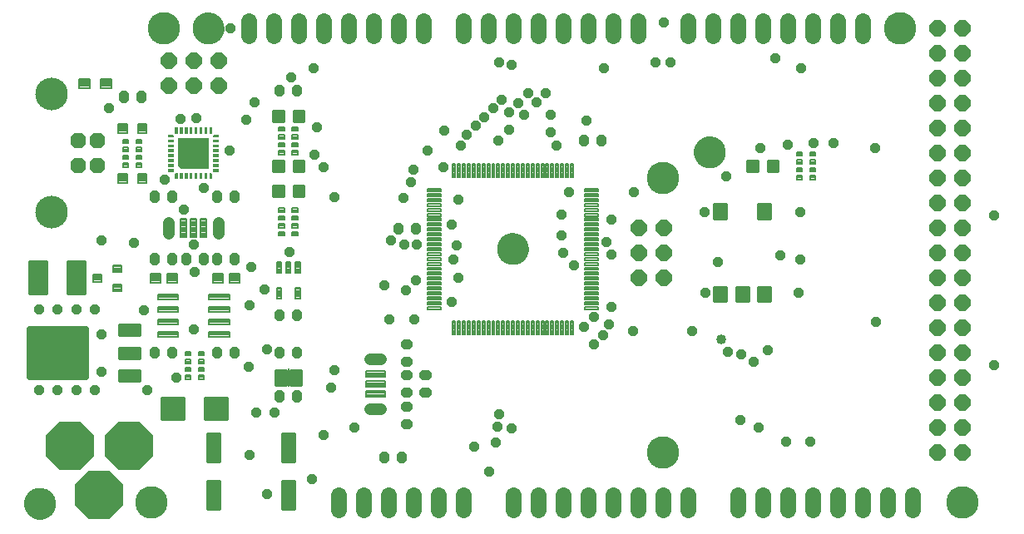
<source format=gbr>
G04 EAGLE Gerber RS-274X export*
G75*
%MOMM*%
%FSLAX34Y34*%
%LPD*%
%INPads Top*%
%IPPOS*%
%AMOC8*
5,1,8,0,0,1.08239X$1,22.5*%
G01*
G04 Define Apertures*
%ADD10C,3.301600*%
%ADD11P,1.75953X8X292.5*%
%ADD12C,1.625600*%
%ADD13C,0.240253*%
%ADD14C,0.221272*%
%ADD15C,0.350222*%
%ADD16P,5.33358X8X112.5*%
%ADD17C,2.184400*%
%ADD18C,1.117600*%
%ADD19C,0.660191*%
%ADD20C,0.198288*%
%ADD21C,0.224534*%
%ADD22C,0.322222*%
%ADD23C,0.820000*%
%ADD24C,0.203219*%
%ADD25P,1.6881X8X292.5*%
%ADD26C,3.317600*%
%ADD27C,0.300237*%
%ADD28C,0.204469*%
%ADD29C,0.203463*%
%ADD30P,1.75953X8X112.5*%
%ADD31P,1.75953X8X22.5*%
%ADD32C,0.215900*%
%ADD33R,0.152400X1.828800*%
%ADD34P,1.75953X8X202.5*%
%ADD35C,0.208416*%
%ADD36C,0.204544*%
%ADD37C,0.315334*%
%ADD38C,1.219200*%
%ADD39C,0.201994*%
%ADD40P,1.09971X8X22.5*%
%ADD41C,1.016000*%
G36*
X167130Y396750D02*
X198630Y396750D01*
X198630Y365250D01*
X170094Y365250D01*
X167130Y368214D01*
X167130Y396750D01*
G37*
G36*
X156872Y370008D02*
X162888Y370008D01*
X162888Y366992D01*
X156872Y366992D01*
X156872Y370008D01*
G37*
G36*
X156872Y375008D02*
X162888Y375008D01*
X162888Y371992D01*
X156872Y371992D01*
X156872Y375008D01*
G37*
G36*
X156872Y380008D02*
X162888Y380008D01*
X162888Y376992D01*
X156872Y376992D01*
X156872Y380008D01*
G37*
G36*
X156872Y385008D02*
X162888Y385008D01*
X162888Y381992D01*
X156872Y381992D01*
X156872Y385008D01*
G37*
G36*
X156872Y390008D02*
X162888Y390008D01*
X162888Y386992D01*
X156872Y386992D01*
X156872Y390008D01*
G37*
G36*
X156872Y395008D02*
X162888Y395008D01*
X162888Y391992D01*
X156872Y391992D01*
X156872Y395008D01*
G37*
G36*
X168872Y361008D02*
X171888Y361008D01*
X171888Y354992D01*
X168872Y354992D01*
X168872Y361008D01*
G37*
G36*
X168872Y407008D02*
X171888Y407008D01*
X171888Y400992D01*
X168872Y400992D01*
X168872Y407008D01*
G37*
G36*
X173872Y361008D02*
X176888Y361008D01*
X176888Y354992D01*
X173872Y354992D01*
X173872Y361008D01*
G37*
G36*
X173872Y407008D02*
X176888Y407008D01*
X176888Y400992D01*
X173872Y400992D01*
X173872Y407008D01*
G37*
G36*
X178872Y361008D02*
X181888Y361008D01*
X181888Y354992D01*
X178872Y354992D01*
X178872Y361008D01*
G37*
G36*
X178872Y407008D02*
X181888Y407008D01*
X181888Y400992D01*
X178872Y400992D01*
X178872Y407008D01*
G37*
G36*
X183872Y361008D02*
X186888Y361008D01*
X186888Y354992D01*
X183872Y354992D01*
X183872Y361008D01*
G37*
G36*
X183872Y407008D02*
X186888Y407008D01*
X186888Y400992D01*
X183872Y400992D01*
X183872Y407008D01*
G37*
G36*
X188872Y361008D02*
X191888Y361008D01*
X191888Y354992D01*
X188872Y354992D01*
X188872Y361008D01*
G37*
G36*
X188872Y407008D02*
X191888Y407008D01*
X191888Y400992D01*
X188872Y400992D01*
X188872Y407008D01*
G37*
G36*
X193872Y361008D02*
X196888Y361008D01*
X196888Y354992D01*
X193872Y354992D01*
X193872Y361008D01*
G37*
G36*
X193872Y407008D02*
X196888Y407008D01*
X196888Y400992D01*
X193872Y400992D01*
X193872Y407008D01*
G37*
G36*
X202872Y370008D02*
X208888Y370008D01*
X208888Y366992D01*
X202872Y366992D01*
X202872Y370008D01*
G37*
G36*
X202872Y375008D02*
X208888Y375008D01*
X208888Y371992D01*
X202872Y371992D01*
X202872Y375008D01*
G37*
G36*
X202872Y380008D02*
X208888Y380008D01*
X208888Y376992D01*
X202872Y376992D01*
X202872Y380008D01*
G37*
G36*
X202872Y385008D02*
X208888Y385008D01*
X208888Y381992D01*
X202872Y381992D01*
X202872Y385008D01*
G37*
G36*
X202872Y390008D02*
X208888Y390008D01*
X208888Y386992D01*
X202872Y386992D01*
X202872Y390008D01*
G37*
G36*
X202872Y395008D02*
X208888Y395008D01*
X208888Y391992D01*
X202872Y391992D01*
X202872Y395008D01*
G37*
G36*
X156872Y365008D02*
X162888Y365008D01*
X162888Y362790D01*
X162090Y361992D01*
X156872Y361992D01*
X156872Y365008D01*
G37*
G36*
X162090Y400008D02*
X162888Y399210D01*
X162888Y396992D01*
X156872Y396992D01*
X156872Y400008D01*
X162090Y400008D01*
G37*
G36*
X164670Y361008D02*
X166888Y361008D01*
X166888Y354992D01*
X163872Y354992D01*
X163872Y360210D01*
X164670Y361008D01*
G37*
G36*
X163872Y407008D02*
X166888Y407008D01*
X166888Y400992D01*
X164670Y400992D01*
X163872Y401790D01*
X163872Y407008D01*
G37*
G36*
X201090Y361008D02*
X201888Y360210D01*
X201888Y354992D01*
X198872Y354992D01*
X198872Y361008D01*
X201090Y361008D01*
G37*
G36*
X198872Y407008D02*
X201888Y407008D01*
X201888Y401790D01*
X201090Y400992D01*
X198872Y400992D01*
X198872Y407008D01*
G37*
G36*
X202872Y365008D02*
X208888Y365008D01*
X208888Y361992D01*
X203670Y361992D01*
X202872Y362790D01*
X202872Y365008D01*
G37*
G36*
X203670Y400008D02*
X208888Y400008D01*
X208888Y396992D01*
X202872Y396992D01*
X202872Y399210D01*
X203670Y400008D01*
G37*
D10*
X965200Y25400D03*
X152400Y508000D03*
X901700Y508000D03*
X139700Y25400D03*
X660400Y355600D03*
X660400Y76200D03*
D11*
X636270Y304800D03*
X661670Y304800D03*
X636270Y279400D03*
X661670Y279400D03*
X636270Y254000D03*
X661670Y254000D03*
D12*
X635000Y500380D02*
X635000Y515620D01*
X609600Y515620D02*
X609600Y500380D01*
X584200Y500380D02*
X584200Y515620D01*
X558800Y515620D02*
X558800Y500380D01*
X533400Y500380D02*
X533400Y515620D01*
X508000Y515620D02*
X508000Y500380D01*
X482600Y500380D02*
X482600Y515620D01*
X457200Y515620D02*
X457200Y500380D01*
X416560Y500380D02*
X416560Y515620D01*
X391160Y515620D02*
X391160Y500380D01*
X365760Y500380D02*
X365760Y515620D01*
X340360Y515620D02*
X340360Y500380D01*
X314960Y500380D02*
X314960Y515620D01*
X289560Y515620D02*
X289560Y500380D01*
X264160Y500380D02*
X264160Y515620D01*
X238760Y515620D02*
X238760Y500380D01*
D13*
X209507Y47457D02*
X209507Y18843D01*
X196893Y18843D01*
X196893Y47457D01*
X209507Y47457D01*
X209507Y21126D02*
X196893Y21126D01*
X196893Y23409D02*
X209507Y23409D01*
X209507Y25692D02*
X196893Y25692D01*
X196893Y27975D02*
X209507Y27975D01*
X209507Y30258D02*
X196893Y30258D01*
X196893Y32541D02*
X209507Y32541D01*
X209507Y34824D02*
X196893Y34824D01*
X196893Y37107D02*
X209507Y37107D01*
X209507Y39390D02*
X196893Y39390D01*
X196893Y41673D02*
X209507Y41673D01*
X209507Y43956D02*
X196893Y43956D01*
X196893Y46239D02*
X209507Y46239D01*
X209507Y66843D02*
X209507Y95457D01*
X209507Y66843D02*
X196893Y66843D01*
X196893Y95457D01*
X209507Y95457D01*
X209507Y69126D02*
X196893Y69126D01*
X196893Y71409D02*
X209507Y71409D01*
X209507Y73692D02*
X196893Y73692D01*
X196893Y75975D02*
X209507Y75975D01*
X209507Y78258D02*
X196893Y78258D01*
X196893Y80541D02*
X209507Y80541D01*
X209507Y82824D02*
X196893Y82824D01*
X196893Y85107D02*
X209507Y85107D01*
X209507Y87390D02*
X196893Y87390D01*
X196893Y89673D02*
X209507Y89673D01*
X209507Y91956D02*
X196893Y91956D01*
X196893Y94239D02*
X209507Y94239D01*
X285707Y47457D02*
X285707Y18843D01*
X273093Y18843D01*
X273093Y47457D01*
X285707Y47457D01*
X285707Y21126D02*
X273093Y21126D01*
X273093Y23409D02*
X285707Y23409D01*
X285707Y25692D02*
X273093Y25692D01*
X273093Y27975D02*
X285707Y27975D01*
X285707Y30258D02*
X273093Y30258D01*
X273093Y32541D02*
X285707Y32541D01*
X285707Y34824D02*
X273093Y34824D01*
X273093Y37107D02*
X285707Y37107D01*
X285707Y39390D02*
X273093Y39390D01*
X273093Y41673D02*
X285707Y41673D01*
X285707Y43956D02*
X273093Y43956D01*
X273093Y46239D02*
X285707Y46239D01*
X285707Y66843D02*
X285707Y95457D01*
X285707Y66843D02*
X273093Y66843D01*
X273093Y95457D01*
X285707Y95457D01*
X285707Y69126D02*
X273093Y69126D01*
X273093Y71409D02*
X285707Y71409D01*
X285707Y73692D02*
X273093Y73692D01*
X273093Y75975D02*
X285707Y75975D01*
X285707Y78258D02*
X273093Y78258D01*
X273093Y80541D02*
X285707Y80541D01*
X285707Y82824D02*
X273093Y82824D01*
X273093Y85107D02*
X285707Y85107D01*
X285707Y87390D02*
X273093Y87390D01*
X273093Y89673D02*
X285707Y89673D01*
X285707Y91956D02*
X273093Y91956D01*
X273093Y94239D02*
X285707Y94239D01*
D14*
X756902Y362898D02*
X756902Y373702D01*
X756902Y362898D02*
X746098Y362898D01*
X746098Y373702D01*
X756902Y373702D01*
X756902Y365000D02*
X746098Y365000D01*
X746098Y367102D02*
X756902Y367102D01*
X756902Y369204D02*
X746098Y369204D01*
X746098Y371306D02*
X756902Y371306D01*
X756902Y373408D02*
X746098Y373408D01*
X777902Y373702D02*
X777902Y362898D01*
X767098Y362898D01*
X767098Y373702D01*
X777902Y373702D01*
X777902Y365000D02*
X767098Y365000D01*
X767098Y367102D02*
X777902Y367102D01*
X777902Y369204D02*
X767098Y369204D01*
X767098Y371306D02*
X777902Y371306D01*
X777902Y373408D02*
X767098Y373408D01*
D15*
X216907Y131407D02*
X195393Y131407D01*
X216907Y131407D02*
X216907Y109893D01*
X195393Y109893D01*
X195393Y131407D01*
X195393Y113220D02*
X216907Y113220D01*
X216907Y116547D02*
X195393Y116547D01*
X195393Y119874D02*
X216907Y119874D01*
X216907Y123201D02*
X195393Y123201D01*
X195393Y126528D02*
X216907Y126528D01*
X216907Y129855D02*
X195393Y129855D01*
X172907Y131407D02*
X151393Y131407D01*
X172907Y131407D02*
X172907Y109893D01*
X151393Y109893D01*
X151393Y131407D01*
X151393Y113220D02*
X172907Y113220D01*
X172907Y116547D02*
X151393Y116547D01*
X151393Y119874D02*
X172907Y119874D01*
X172907Y123201D02*
X151393Y123201D01*
X151393Y126528D02*
X172907Y126528D01*
X172907Y129855D02*
X151393Y129855D01*
D16*
X86868Y33020D03*
X116840Y83058D03*
X56896Y83058D03*
D17*
X703406Y381922D02*
X703408Y382063D01*
X703414Y382204D01*
X703424Y382344D01*
X703438Y382484D01*
X703456Y382624D01*
X703477Y382763D01*
X703503Y382902D01*
X703532Y383040D01*
X703566Y383176D01*
X703603Y383312D01*
X703644Y383447D01*
X703689Y383581D01*
X703738Y383713D01*
X703790Y383844D01*
X703846Y383973D01*
X703906Y384100D01*
X703969Y384226D01*
X704035Y384350D01*
X704106Y384473D01*
X704179Y384593D01*
X704256Y384711D01*
X704336Y384827D01*
X704420Y384940D01*
X704506Y385051D01*
X704596Y385160D01*
X704689Y385266D01*
X704784Y385369D01*
X704883Y385470D01*
X704984Y385568D01*
X705088Y385663D01*
X705195Y385755D01*
X705304Y385844D01*
X705416Y385929D01*
X705530Y386012D01*
X705646Y386092D01*
X705765Y386168D01*
X705886Y386240D01*
X706008Y386310D01*
X706133Y386375D01*
X706259Y386438D01*
X706387Y386496D01*
X706517Y386551D01*
X706648Y386603D01*
X706781Y386650D01*
X706915Y386694D01*
X707050Y386735D01*
X707186Y386771D01*
X707323Y386803D01*
X707461Y386832D01*
X707599Y386857D01*
X707739Y386877D01*
X707879Y386894D01*
X708019Y386907D01*
X708160Y386916D01*
X708300Y386921D01*
X708441Y386922D01*
X708582Y386919D01*
X708723Y386912D01*
X708863Y386901D01*
X709003Y386886D01*
X709143Y386867D01*
X709282Y386845D01*
X709420Y386818D01*
X709558Y386788D01*
X709694Y386753D01*
X709830Y386715D01*
X709964Y386673D01*
X710098Y386627D01*
X710230Y386578D01*
X710360Y386524D01*
X710489Y386467D01*
X710616Y386407D01*
X710742Y386343D01*
X710865Y386275D01*
X710987Y386204D01*
X711107Y386130D01*
X711224Y386052D01*
X711339Y385971D01*
X711452Y385887D01*
X711563Y385800D01*
X711671Y385709D01*
X711776Y385616D01*
X711879Y385519D01*
X711979Y385420D01*
X712076Y385318D01*
X712170Y385213D01*
X712261Y385106D01*
X712349Y384996D01*
X712434Y384884D01*
X712516Y384769D01*
X712595Y384652D01*
X712670Y384533D01*
X712742Y384412D01*
X712810Y384289D01*
X712875Y384164D01*
X712937Y384037D01*
X712994Y383908D01*
X713049Y383778D01*
X713099Y383647D01*
X713146Y383514D01*
X713189Y383380D01*
X713228Y383244D01*
X713263Y383108D01*
X713295Y382971D01*
X713322Y382833D01*
X713346Y382694D01*
X713366Y382554D01*
X713382Y382414D01*
X713394Y382274D01*
X713402Y382133D01*
X713406Y381992D01*
X713406Y381852D01*
X713402Y381711D01*
X713394Y381570D01*
X713382Y381430D01*
X713366Y381290D01*
X713346Y381150D01*
X713322Y381011D01*
X713295Y380873D01*
X713263Y380736D01*
X713228Y380600D01*
X713189Y380464D01*
X713146Y380330D01*
X713099Y380197D01*
X713049Y380066D01*
X712994Y379936D01*
X712937Y379807D01*
X712875Y379680D01*
X712810Y379555D01*
X712742Y379432D01*
X712670Y379311D01*
X712595Y379192D01*
X712516Y379075D01*
X712434Y378960D01*
X712349Y378848D01*
X712261Y378738D01*
X712170Y378631D01*
X712076Y378526D01*
X711979Y378424D01*
X711879Y378325D01*
X711776Y378228D01*
X711671Y378135D01*
X711563Y378044D01*
X711452Y377957D01*
X711339Y377873D01*
X711224Y377792D01*
X711107Y377714D01*
X710987Y377640D01*
X710865Y377569D01*
X710742Y377501D01*
X710616Y377437D01*
X710489Y377377D01*
X710360Y377320D01*
X710230Y377266D01*
X710098Y377217D01*
X709964Y377171D01*
X709830Y377129D01*
X709694Y377091D01*
X709558Y377056D01*
X709420Y377026D01*
X709282Y376999D01*
X709143Y376977D01*
X709003Y376958D01*
X708863Y376943D01*
X708723Y376932D01*
X708582Y376925D01*
X708441Y376922D01*
X708300Y376923D01*
X708160Y376928D01*
X708019Y376937D01*
X707879Y376950D01*
X707739Y376967D01*
X707599Y376987D01*
X707461Y377012D01*
X707323Y377041D01*
X707186Y377073D01*
X707050Y377109D01*
X706915Y377150D01*
X706781Y377194D01*
X706648Y377241D01*
X706517Y377293D01*
X706387Y377348D01*
X706259Y377406D01*
X706133Y377469D01*
X706008Y377534D01*
X705886Y377604D01*
X705765Y377676D01*
X705646Y377752D01*
X705530Y377832D01*
X705416Y377915D01*
X705304Y378000D01*
X705195Y378089D01*
X705088Y378181D01*
X704984Y378276D01*
X704883Y378374D01*
X704784Y378475D01*
X704689Y378578D01*
X704596Y378684D01*
X704506Y378793D01*
X704420Y378904D01*
X704336Y379017D01*
X704256Y379133D01*
X704179Y379251D01*
X704106Y379371D01*
X704035Y379494D01*
X703969Y379618D01*
X703906Y379744D01*
X703846Y379871D01*
X703790Y380000D01*
X703738Y380131D01*
X703689Y380263D01*
X703644Y380397D01*
X703603Y380532D01*
X703566Y380668D01*
X703532Y380804D01*
X703503Y380942D01*
X703477Y381081D01*
X703456Y381220D01*
X703438Y381360D01*
X703424Y381500D01*
X703414Y381640D01*
X703408Y381781D01*
X703406Y381922D01*
D18*
X708406Y381922D03*
D17*
X21670Y24130D02*
X21672Y24271D01*
X21678Y24412D01*
X21688Y24552D01*
X21702Y24692D01*
X21720Y24832D01*
X21741Y24971D01*
X21767Y25110D01*
X21796Y25248D01*
X21830Y25384D01*
X21867Y25520D01*
X21908Y25655D01*
X21953Y25789D01*
X22002Y25921D01*
X22054Y26052D01*
X22110Y26181D01*
X22170Y26308D01*
X22233Y26434D01*
X22299Y26558D01*
X22370Y26681D01*
X22443Y26801D01*
X22520Y26919D01*
X22600Y27035D01*
X22684Y27148D01*
X22770Y27259D01*
X22860Y27368D01*
X22953Y27474D01*
X23048Y27577D01*
X23147Y27678D01*
X23248Y27776D01*
X23352Y27871D01*
X23459Y27963D01*
X23568Y28052D01*
X23680Y28137D01*
X23794Y28220D01*
X23910Y28300D01*
X24029Y28376D01*
X24150Y28448D01*
X24272Y28518D01*
X24397Y28583D01*
X24523Y28646D01*
X24651Y28704D01*
X24781Y28759D01*
X24912Y28811D01*
X25045Y28858D01*
X25179Y28902D01*
X25314Y28943D01*
X25450Y28979D01*
X25587Y29011D01*
X25725Y29040D01*
X25863Y29065D01*
X26003Y29085D01*
X26143Y29102D01*
X26283Y29115D01*
X26424Y29124D01*
X26564Y29129D01*
X26705Y29130D01*
X26846Y29127D01*
X26987Y29120D01*
X27127Y29109D01*
X27267Y29094D01*
X27407Y29075D01*
X27546Y29053D01*
X27684Y29026D01*
X27822Y28996D01*
X27958Y28961D01*
X28094Y28923D01*
X28228Y28881D01*
X28362Y28835D01*
X28494Y28786D01*
X28624Y28732D01*
X28753Y28675D01*
X28880Y28615D01*
X29006Y28551D01*
X29129Y28483D01*
X29251Y28412D01*
X29371Y28338D01*
X29488Y28260D01*
X29603Y28179D01*
X29716Y28095D01*
X29827Y28008D01*
X29935Y27917D01*
X30040Y27824D01*
X30143Y27727D01*
X30243Y27628D01*
X30340Y27526D01*
X30434Y27421D01*
X30525Y27314D01*
X30613Y27204D01*
X30698Y27092D01*
X30780Y26977D01*
X30859Y26860D01*
X30934Y26741D01*
X31006Y26620D01*
X31074Y26497D01*
X31139Y26372D01*
X31201Y26245D01*
X31258Y26116D01*
X31313Y25986D01*
X31363Y25855D01*
X31410Y25722D01*
X31453Y25588D01*
X31492Y25452D01*
X31527Y25316D01*
X31559Y25179D01*
X31586Y25041D01*
X31610Y24902D01*
X31630Y24762D01*
X31646Y24622D01*
X31658Y24482D01*
X31666Y24341D01*
X31670Y24200D01*
X31670Y24060D01*
X31666Y23919D01*
X31658Y23778D01*
X31646Y23638D01*
X31630Y23498D01*
X31610Y23358D01*
X31586Y23219D01*
X31559Y23081D01*
X31527Y22944D01*
X31492Y22808D01*
X31453Y22672D01*
X31410Y22538D01*
X31363Y22405D01*
X31313Y22274D01*
X31258Y22144D01*
X31201Y22015D01*
X31139Y21888D01*
X31074Y21763D01*
X31006Y21640D01*
X30934Y21519D01*
X30859Y21400D01*
X30780Y21283D01*
X30698Y21168D01*
X30613Y21056D01*
X30525Y20946D01*
X30434Y20839D01*
X30340Y20734D01*
X30243Y20632D01*
X30143Y20533D01*
X30040Y20436D01*
X29935Y20343D01*
X29827Y20252D01*
X29716Y20165D01*
X29603Y20081D01*
X29488Y20000D01*
X29371Y19922D01*
X29251Y19848D01*
X29129Y19777D01*
X29006Y19709D01*
X28880Y19645D01*
X28753Y19585D01*
X28624Y19528D01*
X28494Y19474D01*
X28362Y19425D01*
X28228Y19379D01*
X28094Y19337D01*
X27958Y19299D01*
X27822Y19264D01*
X27684Y19234D01*
X27546Y19207D01*
X27407Y19185D01*
X27267Y19166D01*
X27127Y19151D01*
X26987Y19140D01*
X26846Y19133D01*
X26705Y19130D01*
X26564Y19131D01*
X26424Y19136D01*
X26283Y19145D01*
X26143Y19158D01*
X26003Y19175D01*
X25863Y19195D01*
X25725Y19220D01*
X25587Y19249D01*
X25450Y19281D01*
X25314Y19317D01*
X25179Y19358D01*
X25045Y19402D01*
X24912Y19449D01*
X24781Y19501D01*
X24651Y19556D01*
X24523Y19614D01*
X24397Y19677D01*
X24272Y19742D01*
X24150Y19812D01*
X24029Y19884D01*
X23910Y19960D01*
X23794Y20040D01*
X23680Y20123D01*
X23568Y20208D01*
X23459Y20297D01*
X23352Y20389D01*
X23248Y20484D01*
X23147Y20582D01*
X23048Y20683D01*
X22953Y20786D01*
X22860Y20892D01*
X22770Y21001D01*
X22684Y21112D01*
X22600Y21225D01*
X22520Y21341D01*
X22443Y21459D01*
X22370Y21579D01*
X22299Y21702D01*
X22233Y21826D01*
X22170Y21952D01*
X22110Y22079D01*
X22054Y22208D01*
X22002Y22339D01*
X21953Y22471D01*
X21908Y22605D01*
X21867Y22740D01*
X21830Y22876D01*
X21796Y23012D01*
X21767Y23150D01*
X21741Y23289D01*
X21720Y23428D01*
X21702Y23568D01*
X21688Y23708D01*
X21678Y23848D01*
X21672Y23989D01*
X21670Y24130D01*
D18*
X26670Y24130D03*
D17*
X193120Y508000D02*
X193122Y508141D01*
X193128Y508282D01*
X193138Y508422D01*
X193152Y508562D01*
X193170Y508702D01*
X193191Y508841D01*
X193217Y508980D01*
X193246Y509118D01*
X193280Y509254D01*
X193317Y509390D01*
X193358Y509525D01*
X193403Y509659D01*
X193452Y509791D01*
X193504Y509922D01*
X193560Y510051D01*
X193620Y510178D01*
X193683Y510304D01*
X193749Y510428D01*
X193820Y510551D01*
X193893Y510671D01*
X193970Y510789D01*
X194050Y510905D01*
X194134Y511018D01*
X194220Y511129D01*
X194310Y511238D01*
X194403Y511344D01*
X194498Y511447D01*
X194597Y511548D01*
X194698Y511646D01*
X194802Y511741D01*
X194909Y511833D01*
X195018Y511922D01*
X195130Y512007D01*
X195244Y512090D01*
X195360Y512170D01*
X195479Y512246D01*
X195600Y512318D01*
X195722Y512388D01*
X195847Y512453D01*
X195973Y512516D01*
X196101Y512574D01*
X196231Y512629D01*
X196362Y512681D01*
X196495Y512728D01*
X196629Y512772D01*
X196764Y512813D01*
X196900Y512849D01*
X197037Y512881D01*
X197175Y512910D01*
X197313Y512935D01*
X197453Y512955D01*
X197593Y512972D01*
X197733Y512985D01*
X197874Y512994D01*
X198014Y512999D01*
X198155Y513000D01*
X198296Y512997D01*
X198437Y512990D01*
X198577Y512979D01*
X198717Y512964D01*
X198857Y512945D01*
X198996Y512923D01*
X199134Y512896D01*
X199272Y512866D01*
X199408Y512831D01*
X199544Y512793D01*
X199678Y512751D01*
X199812Y512705D01*
X199944Y512656D01*
X200074Y512602D01*
X200203Y512545D01*
X200330Y512485D01*
X200456Y512421D01*
X200579Y512353D01*
X200701Y512282D01*
X200821Y512208D01*
X200938Y512130D01*
X201053Y512049D01*
X201166Y511965D01*
X201277Y511878D01*
X201385Y511787D01*
X201490Y511694D01*
X201593Y511597D01*
X201693Y511498D01*
X201790Y511396D01*
X201884Y511291D01*
X201975Y511184D01*
X202063Y511074D01*
X202148Y510962D01*
X202230Y510847D01*
X202309Y510730D01*
X202384Y510611D01*
X202456Y510490D01*
X202524Y510367D01*
X202589Y510242D01*
X202651Y510115D01*
X202708Y509986D01*
X202763Y509856D01*
X202813Y509725D01*
X202860Y509592D01*
X202903Y509458D01*
X202942Y509322D01*
X202977Y509186D01*
X203009Y509049D01*
X203036Y508911D01*
X203060Y508772D01*
X203080Y508632D01*
X203096Y508492D01*
X203108Y508352D01*
X203116Y508211D01*
X203120Y508070D01*
X203120Y507930D01*
X203116Y507789D01*
X203108Y507648D01*
X203096Y507508D01*
X203080Y507368D01*
X203060Y507228D01*
X203036Y507089D01*
X203009Y506951D01*
X202977Y506814D01*
X202942Y506678D01*
X202903Y506542D01*
X202860Y506408D01*
X202813Y506275D01*
X202763Y506144D01*
X202708Y506014D01*
X202651Y505885D01*
X202589Y505758D01*
X202524Y505633D01*
X202456Y505510D01*
X202384Y505389D01*
X202309Y505270D01*
X202230Y505153D01*
X202148Y505038D01*
X202063Y504926D01*
X201975Y504816D01*
X201884Y504709D01*
X201790Y504604D01*
X201693Y504502D01*
X201593Y504403D01*
X201490Y504306D01*
X201385Y504213D01*
X201277Y504122D01*
X201166Y504035D01*
X201053Y503951D01*
X200938Y503870D01*
X200821Y503792D01*
X200701Y503718D01*
X200579Y503647D01*
X200456Y503579D01*
X200330Y503515D01*
X200203Y503455D01*
X200074Y503398D01*
X199944Y503344D01*
X199812Y503295D01*
X199678Y503249D01*
X199544Y503207D01*
X199408Y503169D01*
X199272Y503134D01*
X199134Y503104D01*
X198996Y503077D01*
X198857Y503055D01*
X198717Y503036D01*
X198577Y503021D01*
X198437Y503010D01*
X198296Y503003D01*
X198155Y503000D01*
X198014Y503001D01*
X197874Y503006D01*
X197733Y503015D01*
X197593Y503028D01*
X197453Y503045D01*
X197313Y503065D01*
X197175Y503090D01*
X197037Y503119D01*
X196900Y503151D01*
X196764Y503187D01*
X196629Y503228D01*
X196495Y503272D01*
X196362Y503319D01*
X196231Y503371D01*
X196101Y503426D01*
X195973Y503484D01*
X195847Y503547D01*
X195722Y503612D01*
X195600Y503682D01*
X195479Y503754D01*
X195360Y503830D01*
X195244Y503910D01*
X195130Y503993D01*
X195018Y504078D01*
X194909Y504167D01*
X194802Y504259D01*
X194698Y504354D01*
X194597Y504452D01*
X194498Y504553D01*
X194403Y504656D01*
X194310Y504762D01*
X194220Y504871D01*
X194134Y504982D01*
X194050Y505095D01*
X193970Y505211D01*
X193893Y505329D01*
X193820Y505449D01*
X193749Y505572D01*
X193683Y505696D01*
X193620Y505822D01*
X193560Y505949D01*
X193504Y506078D01*
X193452Y506209D01*
X193403Y506341D01*
X193358Y506475D01*
X193317Y506610D01*
X193280Y506746D01*
X193246Y506882D01*
X193217Y507020D01*
X193191Y507159D01*
X193170Y507298D01*
X193152Y507438D01*
X193138Y507578D01*
X193128Y507718D01*
X193122Y507859D01*
X193120Y508000D01*
D18*
X198120Y508000D03*
D19*
X73057Y202007D02*
X73057Y153593D01*
X16643Y153593D01*
X16643Y202007D01*
X73057Y202007D01*
X73057Y159865D02*
X16643Y159865D01*
X16643Y166137D02*
X73057Y166137D01*
X73057Y172409D02*
X16643Y172409D01*
X16643Y178681D02*
X73057Y178681D01*
X73057Y184953D02*
X16643Y184953D01*
X16643Y191225D02*
X73057Y191225D01*
X73057Y197497D02*
X16643Y197497D01*
D20*
X125367Y159517D02*
X125367Y150483D01*
X110333Y150483D01*
X110333Y159517D01*
X125367Y159517D01*
X125367Y152367D02*
X110333Y152367D01*
X110333Y154251D02*
X125367Y154251D01*
X125367Y156135D02*
X110333Y156135D01*
X110333Y158019D02*
X125367Y158019D01*
X125367Y196083D02*
X125367Y205117D01*
X125367Y196083D02*
X110333Y196083D01*
X110333Y205117D01*
X125367Y205117D01*
X125367Y197967D02*
X110333Y197967D01*
X110333Y199851D02*
X125367Y199851D01*
X125367Y201735D02*
X110333Y201735D01*
X110333Y203619D02*
X125367Y203619D01*
D21*
X127910Y160168D02*
X127910Y149204D01*
X106786Y149204D01*
X106786Y160168D01*
X127910Y160168D01*
X127910Y151337D02*
X106786Y151337D01*
X106786Y153470D02*
X127910Y153470D01*
X127910Y155603D02*
X106786Y155603D01*
X106786Y157736D02*
X127910Y157736D01*
X127910Y159869D02*
X106786Y159869D01*
X127910Y172318D02*
X127910Y183282D01*
X127910Y172318D02*
X106786Y172318D01*
X106786Y183282D01*
X127910Y183282D01*
X127910Y174451D02*
X106786Y174451D01*
X106786Y176584D02*
X127910Y176584D01*
X127910Y178717D02*
X106786Y178717D01*
X106786Y180850D02*
X127910Y180850D01*
X127910Y182983D02*
X106786Y182983D01*
X127910Y195432D02*
X127910Y206396D01*
X127910Y195432D02*
X106786Y195432D01*
X106786Y206396D01*
X127910Y206396D01*
X127910Y197565D02*
X106786Y197565D01*
X106786Y199698D02*
X127910Y199698D01*
X127910Y201831D02*
X106786Y201831D01*
X106786Y203964D02*
X127910Y203964D01*
X127910Y206097D02*
X106786Y206097D01*
D22*
X65267Y194697D02*
X65267Y160903D01*
X45473Y160903D01*
X45473Y194697D01*
X65267Y194697D01*
X65267Y163964D02*
X45473Y163964D01*
X45473Y167025D02*
X65267Y167025D01*
X65267Y170086D02*
X45473Y170086D01*
X45473Y173147D02*
X65267Y173147D01*
X65267Y176208D02*
X45473Y176208D01*
X45473Y179269D02*
X65267Y179269D01*
X65267Y182330D02*
X45473Y182330D01*
X45473Y185391D02*
X65267Y185391D01*
X65267Y188452D02*
X45473Y188452D01*
X45473Y191513D02*
X65267Y191513D01*
X65267Y194574D02*
X45473Y194574D01*
D12*
X330200Y33020D02*
X330200Y17780D01*
X355600Y17780D02*
X355600Y33020D01*
X381000Y33020D02*
X381000Y17780D01*
X406400Y17780D02*
X406400Y33020D01*
X431800Y33020D02*
X431800Y17780D01*
X457200Y17780D02*
X457200Y33020D01*
D23*
X271410Y442592D02*
X271410Y446408D01*
X271410Y442592D02*
X269610Y442592D01*
X269610Y446408D01*
X271410Y446408D01*
X289190Y446408D02*
X289190Y442592D01*
X287390Y442592D01*
X287390Y446408D01*
X289190Y446408D01*
X408440Y306098D02*
X408440Y302282D01*
X408440Y306098D02*
X410240Y306098D01*
X410240Y302282D01*
X408440Y302282D01*
X390660Y302282D02*
X390660Y306098D01*
X392460Y306098D01*
X392460Y302282D01*
X390660Y302282D01*
X144410Y179708D02*
X144410Y175892D01*
X142610Y175892D01*
X142610Y179708D01*
X144410Y179708D01*
X162190Y179708D02*
X162190Y175892D01*
X160390Y175892D01*
X160390Y179708D01*
X162190Y179708D01*
D12*
X508000Y33020D02*
X508000Y17780D01*
X533400Y17780D02*
X533400Y33020D01*
X558800Y33020D02*
X558800Y17780D01*
X584200Y17780D02*
X584200Y33020D01*
X609600Y33020D02*
X609600Y17780D01*
X635000Y17780D02*
X635000Y33020D01*
X660400Y33020D02*
X660400Y17780D01*
X685800Y17780D02*
X685800Y33020D01*
X863600Y500380D02*
X863600Y515620D01*
X838200Y515620D02*
X838200Y500380D01*
X812800Y500380D02*
X812800Y515620D01*
X787400Y515620D02*
X787400Y500380D01*
X762000Y500380D02*
X762000Y515620D01*
X736600Y515620D02*
X736600Y500380D01*
X711200Y500380D02*
X711200Y515620D01*
X685800Y515620D02*
X685800Y500380D01*
D24*
X434992Y342222D02*
X421008Y342222D01*
X421008Y344706D01*
X434992Y344706D01*
X434992Y342222D01*
X434992Y344152D02*
X421008Y344152D01*
X421008Y337222D02*
X434992Y337222D01*
X421008Y337222D02*
X421008Y339706D01*
X434992Y339706D01*
X434992Y337222D01*
X434992Y339152D02*
X421008Y339152D01*
X421008Y332222D02*
X434992Y332222D01*
X421008Y332222D02*
X421008Y334706D01*
X434992Y334706D01*
X434992Y332222D01*
X434992Y334152D02*
X421008Y334152D01*
X421008Y327222D02*
X434992Y327222D01*
X421008Y327222D02*
X421008Y329706D01*
X434992Y329706D01*
X434992Y327222D01*
X434992Y329152D02*
X421008Y329152D01*
X421008Y322222D02*
X434992Y322222D01*
X421008Y322222D02*
X421008Y324706D01*
X434992Y324706D01*
X434992Y322222D01*
X434992Y324152D02*
X421008Y324152D01*
X421008Y317222D02*
X434992Y317222D01*
X421008Y317222D02*
X421008Y319706D01*
X434992Y319706D01*
X434992Y317222D01*
X434992Y319152D02*
X421008Y319152D01*
X421008Y312222D02*
X434992Y312222D01*
X421008Y312222D02*
X421008Y314706D01*
X434992Y314706D01*
X434992Y312222D01*
X434992Y314152D02*
X421008Y314152D01*
X421008Y307222D02*
X434992Y307222D01*
X421008Y307222D02*
X421008Y309706D01*
X434992Y309706D01*
X434992Y307222D01*
X434992Y309152D02*
X421008Y309152D01*
X421008Y302222D02*
X434992Y302222D01*
X421008Y302222D02*
X421008Y304706D01*
X434992Y304706D01*
X434992Y302222D01*
X434992Y304152D02*
X421008Y304152D01*
X421008Y297222D02*
X434992Y297222D01*
X421008Y297222D02*
X421008Y299706D01*
X434992Y299706D01*
X434992Y297222D01*
X434992Y299152D02*
X421008Y299152D01*
X421008Y292222D02*
X434992Y292222D01*
X421008Y292222D02*
X421008Y294706D01*
X434992Y294706D01*
X434992Y292222D01*
X434992Y294152D02*
X421008Y294152D01*
X421008Y287222D02*
X434992Y287222D01*
X421008Y287222D02*
X421008Y289706D01*
X434992Y289706D01*
X434992Y287222D01*
X434992Y289152D02*
X421008Y289152D01*
X421008Y282222D02*
X434992Y282222D01*
X421008Y282222D02*
X421008Y284706D01*
X434992Y284706D01*
X434992Y282222D01*
X434992Y284152D02*
X421008Y284152D01*
X421008Y277222D02*
X434992Y277222D01*
X421008Y277222D02*
X421008Y279706D01*
X434992Y279706D01*
X434992Y277222D01*
X434992Y279152D02*
X421008Y279152D01*
X421008Y272222D02*
X434992Y272222D01*
X421008Y272222D02*
X421008Y274706D01*
X434992Y274706D01*
X434992Y272222D01*
X434992Y274152D02*
X421008Y274152D01*
X421008Y267222D02*
X434992Y267222D01*
X421008Y267222D02*
X421008Y269706D01*
X434992Y269706D01*
X434992Y267222D01*
X434992Y269152D02*
X421008Y269152D01*
X421008Y262222D02*
X434992Y262222D01*
X421008Y262222D02*
X421008Y264706D01*
X434992Y264706D01*
X434992Y262222D01*
X434992Y264152D02*
X421008Y264152D01*
X421008Y257222D02*
X434992Y257222D01*
X421008Y257222D02*
X421008Y259706D01*
X434992Y259706D01*
X434992Y257222D01*
X434992Y259152D02*
X421008Y259152D01*
X421008Y252222D02*
X434992Y252222D01*
X421008Y252222D02*
X421008Y254706D01*
X434992Y254706D01*
X434992Y252222D01*
X434992Y254152D02*
X421008Y254152D01*
X421008Y247222D02*
X434992Y247222D01*
X421008Y247222D02*
X421008Y249706D01*
X434992Y249706D01*
X434992Y247222D01*
X434992Y249152D02*
X421008Y249152D01*
X421008Y242222D02*
X434992Y242222D01*
X421008Y242222D02*
X421008Y244706D01*
X434992Y244706D01*
X434992Y242222D01*
X434992Y244152D02*
X421008Y244152D01*
X421008Y237222D02*
X434992Y237222D01*
X421008Y237222D02*
X421008Y239706D01*
X434992Y239706D01*
X434992Y237222D01*
X434992Y239152D02*
X421008Y239152D01*
X421008Y232222D02*
X434992Y232222D01*
X421008Y232222D02*
X421008Y234706D01*
X434992Y234706D01*
X434992Y232222D01*
X434992Y234152D02*
X421008Y234152D01*
X421008Y227222D02*
X434992Y227222D01*
X421008Y227222D02*
X421008Y229706D01*
X434992Y229706D01*
X434992Y227222D01*
X434992Y229152D02*
X421008Y229152D01*
X421008Y222222D02*
X434992Y222222D01*
X421008Y222222D02*
X421008Y224706D01*
X434992Y224706D01*
X434992Y222222D01*
X434992Y224152D02*
X421008Y224152D01*
X446758Y196472D02*
X449242Y196472D01*
X446758Y196472D02*
X446758Y210456D01*
X449242Y210456D01*
X449242Y196472D01*
X449242Y198402D02*
X446758Y198402D01*
X446758Y200332D02*
X449242Y200332D01*
X449242Y202262D02*
X446758Y202262D01*
X446758Y204192D02*
X449242Y204192D01*
X449242Y206122D02*
X446758Y206122D01*
X446758Y208052D02*
X449242Y208052D01*
X449242Y209982D02*
X446758Y209982D01*
X451758Y196472D02*
X454242Y196472D01*
X451758Y196472D02*
X451758Y210456D01*
X454242Y210456D01*
X454242Y196472D01*
X454242Y198402D02*
X451758Y198402D01*
X451758Y200332D02*
X454242Y200332D01*
X454242Y202262D02*
X451758Y202262D01*
X451758Y204192D02*
X454242Y204192D01*
X454242Y206122D02*
X451758Y206122D01*
X451758Y208052D02*
X454242Y208052D01*
X454242Y209982D02*
X451758Y209982D01*
X456758Y196472D02*
X459242Y196472D01*
X456758Y196472D02*
X456758Y210456D01*
X459242Y210456D01*
X459242Y196472D01*
X459242Y198402D02*
X456758Y198402D01*
X456758Y200332D02*
X459242Y200332D01*
X459242Y202262D02*
X456758Y202262D01*
X456758Y204192D02*
X459242Y204192D01*
X459242Y206122D02*
X456758Y206122D01*
X456758Y208052D02*
X459242Y208052D01*
X459242Y209982D02*
X456758Y209982D01*
X461758Y196472D02*
X464242Y196472D01*
X461758Y196472D02*
X461758Y210456D01*
X464242Y210456D01*
X464242Y196472D01*
X464242Y198402D02*
X461758Y198402D01*
X461758Y200332D02*
X464242Y200332D01*
X464242Y202262D02*
X461758Y202262D01*
X461758Y204192D02*
X464242Y204192D01*
X464242Y206122D02*
X461758Y206122D01*
X461758Y208052D02*
X464242Y208052D01*
X464242Y209982D02*
X461758Y209982D01*
X466758Y196472D02*
X469242Y196472D01*
X466758Y196472D02*
X466758Y210456D01*
X469242Y210456D01*
X469242Y196472D01*
X469242Y198402D02*
X466758Y198402D01*
X466758Y200332D02*
X469242Y200332D01*
X469242Y202262D02*
X466758Y202262D01*
X466758Y204192D02*
X469242Y204192D01*
X469242Y206122D02*
X466758Y206122D01*
X466758Y208052D02*
X469242Y208052D01*
X469242Y209982D02*
X466758Y209982D01*
X471758Y196472D02*
X474242Y196472D01*
X471758Y196472D02*
X471758Y210456D01*
X474242Y210456D01*
X474242Y196472D01*
X474242Y198402D02*
X471758Y198402D01*
X471758Y200332D02*
X474242Y200332D01*
X474242Y202262D02*
X471758Y202262D01*
X471758Y204192D02*
X474242Y204192D01*
X474242Y206122D02*
X471758Y206122D01*
X471758Y208052D02*
X474242Y208052D01*
X474242Y209982D02*
X471758Y209982D01*
X476758Y196472D02*
X479242Y196472D01*
X476758Y196472D02*
X476758Y210456D01*
X479242Y210456D01*
X479242Y196472D01*
X479242Y198402D02*
X476758Y198402D01*
X476758Y200332D02*
X479242Y200332D01*
X479242Y202262D02*
X476758Y202262D01*
X476758Y204192D02*
X479242Y204192D01*
X479242Y206122D02*
X476758Y206122D01*
X476758Y208052D02*
X479242Y208052D01*
X479242Y209982D02*
X476758Y209982D01*
X481758Y196472D02*
X484242Y196472D01*
X481758Y196472D02*
X481758Y210456D01*
X484242Y210456D01*
X484242Y196472D01*
X484242Y198402D02*
X481758Y198402D01*
X481758Y200332D02*
X484242Y200332D01*
X484242Y202262D02*
X481758Y202262D01*
X481758Y204192D02*
X484242Y204192D01*
X484242Y206122D02*
X481758Y206122D01*
X481758Y208052D02*
X484242Y208052D01*
X484242Y209982D02*
X481758Y209982D01*
X486758Y196472D02*
X489242Y196472D01*
X486758Y196472D02*
X486758Y210456D01*
X489242Y210456D01*
X489242Y196472D01*
X489242Y198402D02*
X486758Y198402D01*
X486758Y200332D02*
X489242Y200332D01*
X489242Y202262D02*
X486758Y202262D01*
X486758Y204192D02*
X489242Y204192D01*
X489242Y206122D02*
X486758Y206122D01*
X486758Y208052D02*
X489242Y208052D01*
X489242Y209982D02*
X486758Y209982D01*
X491758Y196472D02*
X494242Y196472D01*
X491758Y196472D02*
X491758Y210456D01*
X494242Y210456D01*
X494242Y196472D01*
X494242Y198402D02*
X491758Y198402D01*
X491758Y200332D02*
X494242Y200332D01*
X494242Y202262D02*
X491758Y202262D01*
X491758Y204192D02*
X494242Y204192D01*
X494242Y206122D02*
X491758Y206122D01*
X491758Y208052D02*
X494242Y208052D01*
X494242Y209982D02*
X491758Y209982D01*
X496758Y196472D02*
X499242Y196472D01*
X496758Y196472D02*
X496758Y210456D01*
X499242Y210456D01*
X499242Y196472D01*
X499242Y198402D02*
X496758Y198402D01*
X496758Y200332D02*
X499242Y200332D01*
X499242Y202262D02*
X496758Y202262D01*
X496758Y204192D02*
X499242Y204192D01*
X499242Y206122D02*
X496758Y206122D01*
X496758Y208052D02*
X499242Y208052D01*
X499242Y209982D02*
X496758Y209982D01*
X501758Y196472D02*
X504242Y196472D01*
X501758Y196472D02*
X501758Y210456D01*
X504242Y210456D01*
X504242Y196472D01*
X504242Y198402D02*
X501758Y198402D01*
X501758Y200332D02*
X504242Y200332D01*
X504242Y202262D02*
X501758Y202262D01*
X501758Y204192D02*
X504242Y204192D01*
X504242Y206122D02*
X501758Y206122D01*
X501758Y208052D02*
X504242Y208052D01*
X504242Y209982D02*
X501758Y209982D01*
X506758Y196472D02*
X509242Y196472D01*
X506758Y196472D02*
X506758Y210456D01*
X509242Y210456D01*
X509242Y196472D01*
X509242Y198402D02*
X506758Y198402D01*
X506758Y200332D02*
X509242Y200332D01*
X509242Y202262D02*
X506758Y202262D01*
X506758Y204192D02*
X509242Y204192D01*
X509242Y206122D02*
X506758Y206122D01*
X506758Y208052D02*
X509242Y208052D01*
X509242Y209982D02*
X506758Y209982D01*
X511758Y196472D02*
X514242Y196472D01*
X511758Y196472D02*
X511758Y210456D01*
X514242Y210456D01*
X514242Y196472D01*
X514242Y198402D02*
X511758Y198402D01*
X511758Y200332D02*
X514242Y200332D01*
X514242Y202262D02*
X511758Y202262D01*
X511758Y204192D02*
X514242Y204192D01*
X514242Y206122D02*
X511758Y206122D01*
X511758Y208052D02*
X514242Y208052D01*
X514242Y209982D02*
X511758Y209982D01*
X516758Y196472D02*
X519242Y196472D01*
X516758Y196472D02*
X516758Y210456D01*
X519242Y210456D01*
X519242Y196472D01*
X519242Y198402D02*
X516758Y198402D01*
X516758Y200332D02*
X519242Y200332D01*
X519242Y202262D02*
X516758Y202262D01*
X516758Y204192D02*
X519242Y204192D01*
X519242Y206122D02*
X516758Y206122D01*
X516758Y208052D02*
X519242Y208052D01*
X519242Y209982D02*
X516758Y209982D01*
X521758Y196472D02*
X524242Y196472D01*
X521758Y196472D02*
X521758Y210456D01*
X524242Y210456D01*
X524242Y196472D01*
X524242Y198402D02*
X521758Y198402D01*
X521758Y200332D02*
X524242Y200332D01*
X524242Y202262D02*
X521758Y202262D01*
X521758Y204192D02*
X524242Y204192D01*
X524242Y206122D02*
X521758Y206122D01*
X521758Y208052D02*
X524242Y208052D01*
X524242Y209982D02*
X521758Y209982D01*
X526758Y196472D02*
X529242Y196472D01*
X526758Y196472D02*
X526758Y210456D01*
X529242Y210456D01*
X529242Y196472D01*
X529242Y198402D02*
X526758Y198402D01*
X526758Y200332D02*
X529242Y200332D01*
X529242Y202262D02*
X526758Y202262D01*
X526758Y204192D02*
X529242Y204192D01*
X529242Y206122D02*
X526758Y206122D01*
X526758Y208052D02*
X529242Y208052D01*
X529242Y209982D02*
X526758Y209982D01*
X531758Y196472D02*
X534242Y196472D01*
X531758Y196472D02*
X531758Y210456D01*
X534242Y210456D01*
X534242Y196472D01*
X534242Y198402D02*
X531758Y198402D01*
X531758Y200332D02*
X534242Y200332D01*
X534242Y202262D02*
X531758Y202262D01*
X531758Y204192D02*
X534242Y204192D01*
X534242Y206122D02*
X531758Y206122D01*
X531758Y208052D02*
X534242Y208052D01*
X534242Y209982D02*
X531758Y209982D01*
X536758Y196472D02*
X539242Y196472D01*
X536758Y196472D02*
X536758Y210456D01*
X539242Y210456D01*
X539242Y196472D01*
X539242Y198402D02*
X536758Y198402D01*
X536758Y200332D02*
X539242Y200332D01*
X539242Y202262D02*
X536758Y202262D01*
X536758Y204192D02*
X539242Y204192D01*
X539242Y206122D02*
X536758Y206122D01*
X536758Y208052D02*
X539242Y208052D01*
X539242Y209982D02*
X536758Y209982D01*
X541758Y196472D02*
X544242Y196472D01*
X541758Y196472D02*
X541758Y210456D01*
X544242Y210456D01*
X544242Y196472D01*
X544242Y198402D02*
X541758Y198402D01*
X541758Y200332D02*
X544242Y200332D01*
X544242Y202262D02*
X541758Y202262D01*
X541758Y204192D02*
X544242Y204192D01*
X544242Y206122D02*
X541758Y206122D01*
X541758Y208052D02*
X544242Y208052D01*
X544242Y209982D02*
X541758Y209982D01*
X546758Y196472D02*
X549242Y196472D01*
X546758Y196472D02*
X546758Y210456D01*
X549242Y210456D01*
X549242Y196472D01*
X549242Y198402D02*
X546758Y198402D01*
X546758Y200332D02*
X549242Y200332D01*
X549242Y202262D02*
X546758Y202262D01*
X546758Y204192D02*
X549242Y204192D01*
X549242Y206122D02*
X546758Y206122D01*
X546758Y208052D02*
X549242Y208052D01*
X549242Y209982D02*
X546758Y209982D01*
X551758Y196472D02*
X554242Y196472D01*
X551758Y196472D02*
X551758Y210456D01*
X554242Y210456D01*
X554242Y196472D01*
X554242Y198402D02*
X551758Y198402D01*
X551758Y200332D02*
X554242Y200332D01*
X554242Y202262D02*
X551758Y202262D01*
X551758Y204192D02*
X554242Y204192D01*
X554242Y206122D02*
X551758Y206122D01*
X551758Y208052D02*
X554242Y208052D01*
X554242Y209982D02*
X551758Y209982D01*
X556758Y196472D02*
X559242Y196472D01*
X556758Y196472D02*
X556758Y210456D01*
X559242Y210456D01*
X559242Y196472D01*
X559242Y198402D02*
X556758Y198402D01*
X556758Y200332D02*
X559242Y200332D01*
X559242Y202262D02*
X556758Y202262D01*
X556758Y204192D02*
X559242Y204192D01*
X559242Y206122D02*
X556758Y206122D01*
X556758Y208052D02*
X559242Y208052D01*
X559242Y209982D02*
X556758Y209982D01*
X561758Y196472D02*
X564242Y196472D01*
X561758Y196472D02*
X561758Y210456D01*
X564242Y210456D01*
X564242Y196472D01*
X564242Y198402D02*
X561758Y198402D01*
X561758Y200332D02*
X564242Y200332D01*
X564242Y202262D02*
X561758Y202262D01*
X561758Y204192D02*
X564242Y204192D01*
X564242Y206122D02*
X561758Y206122D01*
X561758Y208052D02*
X564242Y208052D01*
X564242Y209982D02*
X561758Y209982D01*
X566758Y196472D02*
X569242Y196472D01*
X566758Y196472D02*
X566758Y210456D01*
X569242Y210456D01*
X569242Y196472D01*
X569242Y198402D02*
X566758Y198402D01*
X566758Y200332D02*
X569242Y200332D01*
X569242Y202262D02*
X566758Y202262D01*
X566758Y204192D02*
X569242Y204192D01*
X569242Y206122D02*
X566758Y206122D01*
X566758Y208052D02*
X569242Y208052D01*
X569242Y209982D02*
X566758Y209982D01*
X581008Y222222D02*
X594992Y222222D01*
X581008Y222222D02*
X581008Y224706D01*
X594992Y224706D01*
X594992Y222222D01*
X594992Y224152D02*
X581008Y224152D01*
X581008Y227222D02*
X594992Y227222D01*
X581008Y227222D02*
X581008Y229706D01*
X594992Y229706D01*
X594992Y227222D01*
X594992Y229152D02*
X581008Y229152D01*
X581008Y232222D02*
X594992Y232222D01*
X581008Y232222D02*
X581008Y234706D01*
X594992Y234706D01*
X594992Y232222D01*
X594992Y234152D02*
X581008Y234152D01*
X581008Y237222D02*
X594992Y237222D01*
X581008Y237222D02*
X581008Y239706D01*
X594992Y239706D01*
X594992Y237222D01*
X594992Y239152D02*
X581008Y239152D01*
X581008Y242222D02*
X594992Y242222D01*
X581008Y242222D02*
X581008Y244706D01*
X594992Y244706D01*
X594992Y242222D01*
X594992Y244152D02*
X581008Y244152D01*
X581008Y247222D02*
X594992Y247222D01*
X581008Y247222D02*
X581008Y249706D01*
X594992Y249706D01*
X594992Y247222D01*
X594992Y249152D02*
X581008Y249152D01*
X581008Y252222D02*
X594992Y252222D01*
X581008Y252222D02*
X581008Y254706D01*
X594992Y254706D01*
X594992Y252222D01*
X594992Y254152D02*
X581008Y254152D01*
X581008Y257222D02*
X594992Y257222D01*
X581008Y257222D02*
X581008Y259706D01*
X594992Y259706D01*
X594992Y257222D01*
X594992Y259152D02*
X581008Y259152D01*
X581008Y262222D02*
X594992Y262222D01*
X581008Y262222D02*
X581008Y264706D01*
X594992Y264706D01*
X594992Y262222D01*
X594992Y264152D02*
X581008Y264152D01*
X581008Y267222D02*
X594992Y267222D01*
X581008Y267222D02*
X581008Y269706D01*
X594992Y269706D01*
X594992Y267222D01*
X594992Y269152D02*
X581008Y269152D01*
X581008Y272222D02*
X594992Y272222D01*
X581008Y272222D02*
X581008Y274706D01*
X594992Y274706D01*
X594992Y272222D01*
X594992Y274152D02*
X581008Y274152D01*
X581008Y277222D02*
X594992Y277222D01*
X581008Y277222D02*
X581008Y279706D01*
X594992Y279706D01*
X594992Y277222D01*
X594992Y279152D02*
X581008Y279152D01*
X581008Y282222D02*
X594992Y282222D01*
X581008Y282222D02*
X581008Y284706D01*
X594992Y284706D01*
X594992Y282222D01*
X594992Y284152D02*
X581008Y284152D01*
X581008Y287222D02*
X594992Y287222D01*
X581008Y287222D02*
X581008Y289706D01*
X594992Y289706D01*
X594992Y287222D01*
X594992Y289152D02*
X581008Y289152D01*
X581008Y292222D02*
X594992Y292222D01*
X581008Y292222D02*
X581008Y294706D01*
X594992Y294706D01*
X594992Y292222D01*
X594992Y294152D02*
X581008Y294152D01*
X581008Y297222D02*
X594992Y297222D01*
X581008Y297222D02*
X581008Y299706D01*
X594992Y299706D01*
X594992Y297222D01*
X594992Y299152D02*
X581008Y299152D01*
X581008Y302222D02*
X594992Y302222D01*
X581008Y302222D02*
X581008Y304706D01*
X594992Y304706D01*
X594992Y302222D01*
X594992Y304152D02*
X581008Y304152D01*
X581008Y307222D02*
X594992Y307222D01*
X581008Y307222D02*
X581008Y309706D01*
X594992Y309706D01*
X594992Y307222D01*
X594992Y309152D02*
X581008Y309152D01*
X581008Y312222D02*
X594992Y312222D01*
X581008Y312222D02*
X581008Y314706D01*
X594992Y314706D01*
X594992Y312222D01*
X594992Y314152D02*
X581008Y314152D01*
X581008Y317222D02*
X594992Y317222D01*
X581008Y317222D02*
X581008Y319706D01*
X594992Y319706D01*
X594992Y317222D01*
X594992Y319152D02*
X581008Y319152D01*
X581008Y322222D02*
X594992Y322222D01*
X581008Y322222D02*
X581008Y324706D01*
X594992Y324706D01*
X594992Y322222D01*
X594992Y324152D02*
X581008Y324152D01*
X581008Y327222D02*
X594992Y327222D01*
X581008Y327222D02*
X581008Y329706D01*
X594992Y329706D01*
X594992Y327222D01*
X594992Y329152D02*
X581008Y329152D01*
X581008Y332222D02*
X594992Y332222D01*
X581008Y332222D02*
X581008Y334706D01*
X594992Y334706D01*
X594992Y332222D01*
X594992Y334152D02*
X581008Y334152D01*
X581008Y337222D02*
X594992Y337222D01*
X581008Y337222D02*
X581008Y339706D01*
X594992Y339706D01*
X594992Y337222D01*
X594992Y339152D02*
X581008Y339152D01*
X581008Y342222D02*
X594992Y342222D01*
X581008Y342222D02*
X581008Y344706D01*
X594992Y344706D01*
X594992Y342222D01*
X594992Y344152D02*
X581008Y344152D01*
X569242Y356472D02*
X566758Y356472D01*
X566758Y370456D01*
X569242Y370456D01*
X569242Y356472D01*
X569242Y358402D02*
X566758Y358402D01*
X566758Y360332D02*
X569242Y360332D01*
X569242Y362262D02*
X566758Y362262D01*
X566758Y364192D02*
X569242Y364192D01*
X569242Y366122D02*
X566758Y366122D01*
X566758Y368052D02*
X569242Y368052D01*
X569242Y369982D02*
X566758Y369982D01*
X564242Y356472D02*
X561758Y356472D01*
X561758Y370456D01*
X564242Y370456D01*
X564242Y356472D01*
X564242Y358402D02*
X561758Y358402D01*
X561758Y360332D02*
X564242Y360332D01*
X564242Y362262D02*
X561758Y362262D01*
X561758Y364192D02*
X564242Y364192D01*
X564242Y366122D02*
X561758Y366122D01*
X561758Y368052D02*
X564242Y368052D01*
X564242Y369982D02*
X561758Y369982D01*
X559242Y356472D02*
X556758Y356472D01*
X556758Y370456D01*
X559242Y370456D01*
X559242Y356472D01*
X559242Y358402D02*
X556758Y358402D01*
X556758Y360332D02*
X559242Y360332D01*
X559242Y362262D02*
X556758Y362262D01*
X556758Y364192D02*
X559242Y364192D01*
X559242Y366122D02*
X556758Y366122D01*
X556758Y368052D02*
X559242Y368052D01*
X559242Y369982D02*
X556758Y369982D01*
X554242Y356472D02*
X551758Y356472D01*
X551758Y370456D01*
X554242Y370456D01*
X554242Y356472D01*
X554242Y358402D02*
X551758Y358402D01*
X551758Y360332D02*
X554242Y360332D01*
X554242Y362262D02*
X551758Y362262D01*
X551758Y364192D02*
X554242Y364192D01*
X554242Y366122D02*
X551758Y366122D01*
X551758Y368052D02*
X554242Y368052D01*
X554242Y369982D02*
X551758Y369982D01*
X549242Y356472D02*
X546758Y356472D01*
X546758Y370456D01*
X549242Y370456D01*
X549242Y356472D01*
X549242Y358402D02*
X546758Y358402D01*
X546758Y360332D02*
X549242Y360332D01*
X549242Y362262D02*
X546758Y362262D01*
X546758Y364192D02*
X549242Y364192D01*
X549242Y366122D02*
X546758Y366122D01*
X546758Y368052D02*
X549242Y368052D01*
X549242Y369982D02*
X546758Y369982D01*
X544242Y356472D02*
X541758Y356472D01*
X541758Y370456D01*
X544242Y370456D01*
X544242Y356472D01*
X544242Y358402D02*
X541758Y358402D01*
X541758Y360332D02*
X544242Y360332D01*
X544242Y362262D02*
X541758Y362262D01*
X541758Y364192D02*
X544242Y364192D01*
X544242Y366122D02*
X541758Y366122D01*
X541758Y368052D02*
X544242Y368052D01*
X544242Y369982D02*
X541758Y369982D01*
X539242Y356472D02*
X536758Y356472D01*
X536758Y370456D01*
X539242Y370456D01*
X539242Y356472D01*
X539242Y358402D02*
X536758Y358402D01*
X536758Y360332D02*
X539242Y360332D01*
X539242Y362262D02*
X536758Y362262D01*
X536758Y364192D02*
X539242Y364192D01*
X539242Y366122D02*
X536758Y366122D01*
X536758Y368052D02*
X539242Y368052D01*
X539242Y369982D02*
X536758Y369982D01*
X534242Y356472D02*
X531758Y356472D01*
X531758Y370456D01*
X534242Y370456D01*
X534242Y356472D01*
X534242Y358402D02*
X531758Y358402D01*
X531758Y360332D02*
X534242Y360332D01*
X534242Y362262D02*
X531758Y362262D01*
X531758Y364192D02*
X534242Y364192D01*
X534242Y366122D02*
X531758Y366122D01*
X531758Y368052D02*
X534242Y368052D01*
X534242Y369982D02*
X531758Y369982D01*
X529242Y356472D02*
X526758Y356472D01*
X526758Y370456D01*
X529242Y370456D01*
X529242Y356472D01*
X529242Y358402D02*
X526758Y358402D01*
X526758Y360332D02*
X529242Y360332D01*
X529242Y362262D02*
X526758Y362262D01*
X526758Y364192D02*
X529242Y364192D01*
X529242Y366122D02*
X526758Y366122D01*
X526758Y368052D02*
X529242Y368052D01*
X529242Y369982D02*
X526758Y369982D01*
X524242Y356472D02*
X521758Y356472D01*
X521758Y370456D01*
X524242Y370456D01*
X524242Y356472D01*
X524242Y358402D02*
X521758Y358402D01*
X521758Y360332D02*
X524242Y360332D01*
X524242Y362262D02*
X521758Y362262D01*
X521758Y364192D02*
X524242Y364192D01*
X524242Y366122D02*
X521758Y366122D01*
X521758Y368052D02*
X524242Y368052D01*
X524242Y369982D02*
X521758Y369982D01*
X519242Y356472D02*
X516758Y356472D01*
X516758Y370456D01*
X519242Y370456D01*
X519242Y356472D01*
X519242Y358402D02*
X516758Y358402D01*
X516758Y360332D02*
X519242Y360332D01*
X519242Y362262D02*
X516758Y362262D01*
X516758Y364192D02*
X519242Y364192D01*
X519242Y366122D02*
X516758Y366122D01*
X516758Y368052D02*
X519242Y368052D01*
X519242Y369982D02*
X516758Y369982D01*
X514242Y356472D02*
X511758Y356472D01*
X511758Y370456D01*
X514242Y370456D01*
X514242Y356472D01*
X514242Y358402D02*
X511758Y358402D01*
X511758Y360332D02*
X514242Y360332D01*
X514242Y362262D02*
X511758Y362262D01*
X511758Y364192D02*
X514242Y364192D01*
X514242Y366122D02*
X511758Y366122D01*
X511758Y368052D02*
X514242Y368052D01*
X514242Y369982D02*
X511758Y369982D01*
X509242Y356472D02*
X506758Y356472D01*
X506758Y370456D01*
X509242Y370456D01*
X509242Y356472D01*
X509242Y358402D02*
X506758Y358402D01*
X506758Y360332D02*
X509242Y360332D01*
X509242Y362262D02*
X506758Y362262D01*
X506758Y364192D02*
X509242Y364192D01*
X509242Y366122D02*
X506758Y366122D01*
X506758Y368052D02*
X509242Y368052D01*
X509242Y369982D02*
X506758Y369982D01*
X504242Y356472D02*
X501758Y356472D01*
X501758Y370456D01*
X504242Y370456D01*
X504242Y356472D01*
X504242Y358402D02*
X501758Y358402D01*
X501758Y360332D02*
X504242Y360332D01*
X504242Y362262D02*
X501758Y362262D01*
X501758Y364192D02*
X504242Y364192D01*
X504242Y366122D02*
X501758Y366122D01*
X501758Y368052D02*
X504242Y368052D01*
X504242Y369982D02*
X501758Y369982D01*
X499242Y356472D02*
X496758Y356472D01*
X496758Y370456D01*
X499242Y370456D01*
X499242Y356472D01*
X499242Y358402D02*
X496758Y358402D01*
X496758Y360332D02*
X499242Y360332D01*
X499242Y362262D02*
X496758Y362262D01*
X496758Y364192D02*
X499242Y364192D01*
X499242Y366122D02*
X496758Y366122D01*
X496758Y368052D02*
X499242Y368052D01*
X499242Y369982D02*
X496758Y369982D01*
X494242Y356472D02*
X491758Y356472D01*
X491758Y370456D01*
X494242Y370456D01*
X494242Y356472D01*
X494242Y358402D02*
X491758Y358402D01*
X491758Y360332D02*
X494242Y360332D01*
X494242Y362262D02*
X491758Y362262D01*
X491758Y364192D02*
X494242Y364192D01*
X494242Y366122D02*
X491758Y366122D01*
X491758Y368052D02*
X494242Y368052D01*
X494242Y369982D02*
X491758Y369982D01*
X489242Y356472D02*
X486758Y356472D01*
X486758Y370456D01*
X489242Y370456D01*
X489242Y356472D01*
X489242Y358402D02*
X486758Y358402D01*
X486758Y360332D02*
X489242Y360332D01*
X489242Y362262D02*
X486758Y362262D01*
X486758Y364192D02*
X489242Y364192D01*
X489242Y366122D02*
X486758Y366122D01*
X486758Y368052D02*
X489242Y368052D01*
X489242Y369982D02*
X486758Y369982D01*
X484242Y356472D02*
X481758Y356472D01*
X481758Y370456D01*
X484242Y370456D01*
X484242Y356472D01*
X484242Y358402D02*
X481758Y358402D01*
X481758Y360332D02*
X484242Y360332D01*
X484242Y362262D02*
X481758Y362262D01*
X481758Y364192D02*
X484242Y364192D01*
X484242Y366122D02*
X481758Y366122D01*
X481758Y368052D02*
X484242Y368052D01*
X484242Y369982D02*
X481758Y369982D01*
X479242Y356472D02*
X476758Y356472D01*
X476758Y370456D01*
X479242Y370456D01*
X479242Y356472D01*
X479242Y358402D02*
X476758Y358402D01*
X476758Y360332D02*
X479242Y360332D01*
X479242Y362262D02*
X476758Y362262D01*
X476758Y364192D02*
X479242Y364192D01*
X479242Y366122D02*
X476758Y366122D01*
X476758Y368052D02*
X479242Y368052D01*
X479242Y369982D02*
X476758Y369982D01*
X474242Y356472D02*
X471758Y356472D01*
X471758Y370456D01*
X474242Y370456D01*
X474242Y356472D01*
X474242Y358402D02*
X471758Y358402D01*
X471758Y360332D02*
X474242Y360332D01*
X474242Y362262D02*
X471758Y362262D01*
X471758Y364192D02*
X474242Y364192D01*
X474242Y366122D02*
X471758Y366122D01*
X471758Y368052D02*
X474242Y368052D01*
X474242Y369982D02*
X471758Y369982D01*
X469242Y356472D02*
X466758Y356472D01*
X466758Y370456D01*
X469242Y370456D01*
X469242Y356472D01*
X469242Y358402D02*
X466758Y358402D01*
X466758Y360332D02*
X469242Y360332D01*
X469242Y362262D02*
X466758Y362262D01*
X466758Y364192D02*
X469242Y364192D01*
X469242Y366122D02*
X466758Y366122D01*
X466758Y368052D02*
X469242Y368052D01*
X469242Y369982D02*
X466758Y369982D01*
X464242Y356472D02*
X461758Y356472D01*
X461758Y370456D01*
X464242Y370456D01*
X464242Y356472D01*
X464242Y358402D02*
X461758Y358402D01*
X461758Y360332D02*
X464242Y360332D01*
X464242Y362262D02*
X461758Y362262D01*
X461758Y364192D02*
X464242Y364192D01*
X464242Y366122D02*
X461758Y366122D01*
X461758Y368052D02*
X464242Y368052D01*
X464242Y369982D02*
X461758Y369982D01*
X459242Y356472D02*
X456758Y356472D01*
X456758Y370456D01*
X459242Y370456D01*
X459242Y356472D01*
X459242Y358402D02*
X456758Y358402D01*
X456758Y360332D02*
X459242Y360332D01*
X459242Y362262D02*
X456758Y362262D01*
X456758Y364192D02*
X459242Y364192D01*
X459242Y366122D02*
X456758Y366122D01*
X456758Y368052D02*
X459242Y368052D01*
X459242Y369982D02*
X456758Y369982D01*
X454242Y356472D02*
X451758Y356472D01*
X451758Y370456D01*
X454242Y370456D01*
X454242Y356472D01*
X454242Y358402D02*
X451758Y358402D01*
X451758Y360332D02*
X454242Y360332D01*
X454242Y362262D02*
X451758Y362262D01*
X451758Y364192D02*
X454242Y364192D01*
X454242Y366122D02*
X451758Y366122D01*
X451758Y368052D02*
X454242Y368052D01*
X454242Y369982D02*
X451758Y369982D01*
X449242Y356472D02*
X446758Y356472D01*
X446758Y370456D01*
X449242Y370456D01*
X449242Y356472D01*
X449242Y358402D02*
X446758Y358402D01*
X446758Y360332D02*
X449242Y360332D01*
X449242Y362262D02*
X446758Y362262D01*
X446758Y364192D02*
X449242Y364192D01*
X449242Y366122D02*
X446758Y366122D01*
X446758Y368052D02*
X449242Y368052D01*
X449242Y369982D02*
X446758Y369982D01*
D23*
X581290Y391792D02*
X581290Y395608D01*
X581290Y391792D02*
X579490Y391792D01*
X579490Y395608D01*
X581290Y395608D01*
X599070Y395608D02*
X599070Y391792D01*
X597270Y391792D01*
X597270Y395608D01*
X599070Y395608D01*
X378090Y73028D02*
X378090Y69212D01*
X376290Y69212D01*
X376290Y73028D01*
X378090Y73028D01*
X395870Y73028D02*
X395870Y69212D01*
X394070Y69212D01*
X394070Y73028D01*
X395870Y73028D01*
D12*
X736600Y33020D02*
X736600Y17780D01*
X762000Y17780D02*
X762000Y33020D01*
X787400Y33020D02*
X787400Y17780D01*
X812800Y17780D02*
X812800Y33020D01*
X838200Y33020D02*
X838200Y17780D01*
X863600Y17780D02*
X863600Y33020D01*
X889000Y33020D02*
X889000Y17780D01*
X914400Y17780D02*
X914400Y33020D01*
D23*
X287390Y131442D02*
X287390Y135258D01*
X289190Y135258D01*
X289190Y131442D01*
X287390Y131442D01*
X269610Y131442D02*
X269610Y135258D01*
X271410Y135258D01*
X271410Y131442D01*
X269610Y131442D01*
D20*
X148917Y249483D02*
X138883Y249483D01*
X138883Y258517D01*
X148917Y258517D01*
X148917Y249483D01*
X148917Y251367D02*
X138883Y251367D01*
X138883Y253251D02*
X148917Y253251D01*
X148917Y255135D02*
X138883Y255135D01*
X138883Y257019D02*
X148917Y257019D01*
X155883Y249483D02*
X165917Y249483D01*
X155883Y249483D02*
X155883Y258517D01*
X165917Y258517D01*
X165917Y249483D01*
X165917Y251367D02*
X155883Y251367D01*
X155883Y253251D02*
X165917Y253251D01*
X165917Y255135D02*
X155883Y255135D01*
X155883Y257019D02*
X165917Y257019D01*
D23*
X271410Y217808D02*
X271410Y213992D01*
X269610Y213992D01*
X269610Y217808D01*
X271410Y217808D01*
X289190Y217808D02*
X289190Y213992D01*
X287390Y213992D01*
X287390Y217808D01*
X289190Y217808D01*
D14*
X274302Y337498D02*
X274302Y348302D01*
X274302Y337498D02*
X263498Y337498D01*
X263498Y348302D01*
X274302Y348302D01*
X274302Y339600D02*
X263498Y339600D01*
X263498Y341702D02*
X274302Y341702D01*
X274302Y343804D02*
X263498Y343804D01*
X263498Y345906D02*
X274302Y345906D01*
X274302Y348008D02*
X263498Y348008D01*
X295302Y348302D02*
X295302Y337498D01*
X284498Y337498D01*
X284498Y348302D01*
X295302Y348302D01*
X295302Y339600D02*
X284498Y339600D01*
X284498Y341702D02*
X295302Y341702D01*
X295302Y343804D02*
X284498Y343804D01*
X284498Y345906D02*
X295302Y345906D01*
X295302Y348008D02*
X284498Y348008D01*
X274302Y362898D02*
X274302Y373702D01*
X274302Y362898D02*
X263498Y362898D01*
X263498Y373702D01*
X274302Y373702D01*
X274302Y365000D02*
X263498Y365000D01*
X263498Y367102D02*
X274302Y367102D01*
X274302Y369204D02*
X263498Y369204D01*
X263498Y371306D02*
X274302Y371306D01*
X274302Y373408D02*
X263498Y373408D01*
X295302Y373702D02*
X295302Y362898D01*
X284498Y362898D01*
X284498Y373702D01*
X295302Y373702D01*
X295302Y365000D02*
X284498Y365000D01*
X284498Y367102D02*
X295302Y367102D01*
X295302Y369204D02*
X284498Y369204D01*
X284498Y371306D02*
X295302Y371306D01*
X295302Y373408D02*
X284498Y373408D01*
D25*
X85200Y368500D03*
X85200Y393500D03*
X65200Y393500D03*
X65200Y368500D03*
D26*
X38100Y441000D03*
X38100Y321000D03*
D27*
X55443Y270007D02*
X72457Y270007D01*
X72457Y237993D01*
X55443Y237993D01*
X55443Y270007D01*
X55443Y240845D02*
X72457Y240845D01*
X72457Y243697D02*
X55443Y243697D01*
X55443Y246549D02*
X72457Y246549D01*
X72457Y249401D02*
X55443Y249401D01*
X55443Y252253D02*
X72457Y252253D01*
X72457Y255105D02*
X55443Y255105D01*
X55443Y257957D02*
X72457Y257957D01*
X72457Y260809D02*
X55443Y260809D01*
X55443Y263661D02*
X72457Y263661D01*
X72457Y266513D02*
X55443Y266513D01*
X55443Y269365D02*
X72457Y269365D01*
X33457Y270007D02*
X16443Y270007D01*
X33457Y270007D02*
X33457Y237993D01*
X16443Y237993D01*
X16443Y270007D01*
X16443Y240845D02*
X33457Y240845D01*
X33457Y243697D02*
X16443Y243697D01*
X16443Y246549D02*
X33457Y246549D01*
X33457Y249401D02*
X16443Y249401D01*
X16443Y252253D02*
X33457Y252253D01*
X33457Y255105D02*
X16443Y255105D01*
X16443Y257957D02*
X33457Y257957D01*
X33457Y260809D02*
X16443Y260809D01*
X16443Y263661D02*
X33457Y263661D01*
X33457Y266513D02*
X16443Y266513D01*
X16443Y269365D02*
X33457Y269365D01*
D23*
X207910Y334642D02*
X207910Y338458D01*
X207910Y334642D02*
X206110Y334642D01*
X206110Y338458D01*
X207910Y338458D01*
X225690Y338458D02*
X225690Y334642D01*
X223890Y334642D01*
X223890Y338458D01*
X225690Y338458D01*
D14*
X274302Y413698D02*
X274302Y424502D01*
X274302Y413698D02*
X263498Y413698D01*
X263498Y424502D01*
X274302Y424502D01*
X274302Y415800D02*
X263498Y415800D01*
X263498Y417902D02*
X274302Y417902D01*
X274302Y420004D02*
X263498Y420004D01*
X263498Y422106D02*
X274302Y422106D01*
X274302Y424208D02*
X263498Y424208D01*
X295302Y424502D02*
X295302Y413698D01*
X284498Y413698D01*
X284498Y424502D01*
X295302Y424502D01*
X295302Y415800D02*
X284498Y415800D01*
X284498Y417902D02*
X295302Y417902D01*
X295302Y420004D02*
X284498Y420004D01*
X284498Y422106D02*
X295302Y422106D01*
X295302Y424208D02*
X284498Y424208D01*
D23*
X271410Y179708D02*
X271410Y175892D01*
X269610Y175892D01*
X269610Y179708D01*
X271410Y179708D01*
X289190Y179708D02*
X289190Y175892D01*
X287390Y175892D01*
X287390Y179708D01*
X289190Y179708D01*
D28*
X101479Y240671D02*
X101479Y247517D01*
X109341Y247517D01*
X109341Y240671D01*
X101479Y240671D01*
X101479Y242614D02*
X109341Y242614D01*
X109341Y244557D02*
X101479Y244557D01*
X101479Y246500D02*
X109341Y246500D01*
X101479Y259975D02*
X101479Y266821D01*
X109341Y266821D01*
X109341Y259975D01*
X101479Y259975D01*
X101479Y261918D02*
X109341Y261918D01*
X109341Y263861D02*
X101479Y263861D01*
X101479Y265804D02*
X109341Y265804D01*
X81159Y257169D02*
X81159Y250323D01*
X81159Y257169D02*
X89021Y257169D01*
X89021Y250323D01*
X81159Y250323D01*
X81159Y252266D02*
X89021Y252266D01*
X89021Y254209D02*
X81159Y254209D01*
X81159Y256152D02*
X89021Y256152D01*
D29*
X146389Y224741D02*
X146389Y219759D01*
X146389Y224741D02*
X167371Y224741D01*
X167371Y219759D01*
X146389Y219759D01*
X146389Y221692D02*
X167371Y221692D01*
X167371Y223625D02*
X146389Y223625D01*
X198389Y224741D02*
X198389Y219759D01*
X198389Y224741D02*
X219371Y224741D01*
X219371Y219759D01*
X198389Y219759D01*
X198389Y221692D02*
X219371Y221692D01*
X219371Y223625D02*
X198389Y223625D01*
X146389Y232459D02*
X146389Y237441D01*
X167371Y237441D01*
X167371Y232459D01*
X146389Y232459D01*
X146389Y234392D02*
X167371Y234392D01*
X167371Y236325D02*
X146389Y236325D01*
X146389Y212041D02*
X146389Y207059D01*
X146389Y212041D02*
X167371Y212041D01*
X167371Y207059D01*
X146389Y207059D01*
X146389Y208992D02*
X167371Y208992D01*
X167371Y210925D02*
X146389Y210925D01*
X146389Y199341D02*
X146389Y194359D01*
X146389Y199341D02*
X167371Y199341D01*
X167371Y194359D01*
X146389Y194359D01*
X146389Y196292D02*
X167371Y196292D01*
X167371Y198225D02*
X146389Y198225D01*
X198389Y232459D02*
X198389Y237441D01*
X219371Y237441D01*
X219371Y232459D01*
X198389Y232459D01*
X198389Y234392D02*
X219371Y234392D01*
X219371Y236325D02*
X198389Y236325D01*
X198389Y212041D02*
X198389Y207059D01*
X198389Y212041D02*
X219371Y212041D01*
X219371Y207059D01*
X198389Y207059D01*
X198389Y208992D02*
X219371Y208992D01*
X219371Y210925D02*
X198389Y210925D01*
X198389Y199341D02*
X198389Y194359D01*
X198389Y199341D02*
X219371Y199341D01*
X219371Y194359D01*
X198389Y194359D01*
X198389Y196292D02*
X219371Y196292D01*
X219371Y198225D02*
X198389Y198225D01*
D23*
X223890Y179708D02*
X223890Y175892D01*
X223890Y179708D02*
X225690Y179708D01*
X225690Y175892D01*
X223890Y175892D01*
X206110Y175892D02*
X206110Y179708D01*
X207910Y179708D01*
X207910Y175892D01*
X206110Y175892D01*
D20*
X202383Y249483D02*
X212417Y249483D01*
X202383Y249483D02*
X202383Y258517D01*
X212417Y258517D01*
X212417Y249483D01*
X212417Y251367D02*
X202383Y251367D01*
X202383Y253251D02*
X212417Y253251D01*
X212417Y255135D02*
X202383Y255135D01*
X202383Y257019D02*
X212417Y257019D01*
X219383Y249483D02*
X229417Y249483D01*
X219383Y249483D02*
X219383Y258517D01*
X229417Y258517D01*
X229417Y249483D01*
X229417Y251367D02*
X219383Y251367D01*
X219383Y253251D02*
X229417Y253251D01*
X229417Y255135D02*
X219383Y255135D01*
X219383Y257019D02*
X229417Y257019D01*
D30*
X965200Y304800D03*
X939800Y304800D03*
X965200Y330200D03*
X939800Y330200D03*
X965200Y355600D03*
X939800Y355600D03*
X965200Y381000D03*
X939800Y381000D03*
X965200Y406400D03*
X939800Y406400D03*
X965200Y431800D03*
X939800Y431800D03*
X965200Y457200D03*
X939800Y457200D03*
X965200Y482600D03*
X939800Y482600D03*
X965200Y101600D03*
X939800Y101600D03*
X965200Y127000D03*
X939800Y127000D03*
X965200Y152400D03*
X939800Y152400D03*
X965200Y177800D03*
X939800Y177800D03*
X965200Y203200D03*
X939800Y203200D03*
X965200Y228600D03*
X939800Y228600D03*
X965200Y254000D03*
X939800Y254000D03*
X965200Y279400D03*
X939800Y279400D03*
D31*
X939800Y508000D03*
X965200Y508000D03*
X939800Y76200D03*
X965200Y76200D03*
D32*
X277051Y144970D02*
X266509Y144970D01*
X266509Y159830D01*
X277051Y159830D01*
X277051Y144970D01*
X277051Y147021D02*
X266509Y147021D01*
X266509Y149072D02*
X277051Y149072D01*
X277051Y151123D02*
X266509Y151123D01*
X266509Y153174D02*
X277051Y153174D01*
X277051Y155225D02*
X266509Y155225D01*
X266509Y157276D02*
X277051Y157276D01*
X277051Y159327D02*
X266509Y159327D01*
X281749Y144970D02*
X292291Y144970D01*
X281749Y144970D02*
X281749Y159830D01*
X292291Y159830D01*
X292291Y144970D01*
X292291Y147021D02*
X281749Y147021D01*
X281749Y149072D02*
X292291Y149072D01*
X292291Y151123D02*
X281749Y151123D01*
X281749Y153174D02*
X292291Y153174D01*
X292291Y155225D02*
X281749Y155225D01*
X281749Y157276D02*
X292291Y157276D01*
X292291Y159327D02*
X281749Y159327D01*
D33*
X279400Y152400D03*
D23*
X128640Y436242D02*
X128640Y440058D01*
X130440Y440058D01*
X130440Y436242D01*
X128640Y436242D01*
X110860Y436242D02*
X110860Y440058D01*
X112660Y440058D01*
X112660Y436242D01*
X110860Y436242D01*
D34*
X208280Y474980D03*
X208280Y449580D03*
X182880Y474980D03*
X182880Y449580D03*
X157480Y474980D03*
X157480Y449580D03*
D35*
X189914Y314266D02*
X189914Y295334D01*
X189914Y314266D02*
X195846Y314266D01*
X195846Y295334D01*
X189914Y295334D01*
X189914Y297314D02*
X195846Y297314D01*
X195846Y299294D02*
X189914Y299294D01*
X189914Y301274D02*
X195846Y301274D01*
X195846Y303254D02*
X189914Y303254D01*
X189914Y305234D02*
X195846Y305234D01*
X195846Y307214D02*
X189914Y307214D01*
X189914Y309194D02*
X195846Y309194D01*
X195846Y311174D02*
X189914Y311174D01*
X189914Y313154D02*
X195846Y313154D01*
X179914Y314266D02*
X179914Y295334D01*
X179914Y314266D02*
X185846Y314266D01*
X185846Y295334D01*
X179914Y295334D01*
X179914Y297314D02*
X185846Y297314D01*
X185846Y299294D02*
X179914Y299294D01*
X179914Y301274D02*
X185846Y301274D01*
X185846Y303254D02*
X179914Y303254D01*
X179914Y305234D02*
X185846Y305234D01*
X185846Y307214D02*
X179914Y307214D01*
X179914Y309194D02*
X185846Y309194D01*
X185846Y311174D02*
X179914Y311174D01*
X179914Y313154D02*
X185846Y313154D01*
X169914Y314266D02*
X169914Y295334D01*
X169914Y314266D02*
X175846Y314266D01*
X175846Y295334D01*
X169914Y295334D01*
X169914Y297314D02*
X175846Y297314D01*
X175846Y299294D02*
X169914Y299294D01*
X169914Y301274D02*
X175846Y301274D01*
X175846Y303254D02*
X169914Y303254D01*
X169914Y305234D02*
X175846Y305234D01*
X175846Y307214D02*
X169914Y307214D01*
X169914Y309194D02*
X175846Y309194D01*
X175846Y311174D02*
X169914Y311174D01*
X169914Y313154D02*
X175846Y313154D01*
D20*
X99067Y456637D02*
X88033Y456637D01*
X99067Y456637D02*
X99067Y447603D01*
X88033Y447603D01*
X88033Y456637D01*
X88033Y449487D02*
X99067Y449487D01*
X99067Y451371D02*
X88033Y451371D01*
X88033Y453255D02*
X99067Y453255D01*
X99067Y455139D02*
X88033Y455139D01*
X77067Y456637D02*
X66033Y456637D01*
X77067Y456637D02*
X77067Y447603D01*
X66033Y447603D01*
X66033Y456637D01*
X66033Y449487D02*
X77067Y449487D01*
X77067Y451371D02*
X66033Y451371D01*
X66033Y453255D02*
X77067Y453255D01*
X77067Y455139D02*
X66033Y455139D01*
X106133Y351083D02*
X115167Y351083D01*
X106133Y351083D02*
X106133Y360117D01*
X115167Y360117D01*
X115167Y351083D01*
X115167Y352967D02*
X106133Y352967D01*
X106133Y354851D02*
X115167Y354851D01*
X115167Y356735D02*
X106133Y356735D01*
X106133Y358619D02*
X115167Y358619D01*
X126133Y351083D02*
X135167Y351083D01*
X126133Y351083D02*
X126133Y360117D01*
X135167Y360117D01*
X135167Y351083D01*
X135167Y352967D02*
X126133Y352967D01*
X126133Y354851D02*
X135167Y354851D01*
X135167Y356735D02*
X126133Y356735D01*
X126133Y358619D02*
X135167Y358619D01*
X115167Y401883D02*
X106133Y401883D01*
X106133Y410917D01*
X115167Y410917D01*
X115167Y401883D01*
X115167Y403767D02*
X106133Y403767D01*
X106133Y405651D02*
X115167Y405651D01*
X115167Y407535D02*
X106133Y407535D01*
X106133Y409419D02*
X115167Y409419D01*
X126133Y401883D02*
X135167Y401883D01*
X126133Y401883D02*
X126133Y410917D01*
X135167Y410917D01*
X135167Y401883D01*
X135167Y403767D02*
X126133Y403767D01*
X126133Y405651D02*
X135167Y405651D01*
X135167Y407535D02*
X126133Y407535D01*
X126133Y409419D02*
X135167Y409419D01*
D35*
X358834Y153084D02*
X377766Y153084D01*
X358834Y153084D02*
X358834Y159016D01*
X377766Y159016D01*
X377766Y153084D01*
X377766Y155064D02*
X358834Y155064D01*
X358834Y157044D02*
X377766Y157044D01*
X377766Y143084D02*
X358834Y143084D01*
X358834Y149016D01*
X377766Y149016D01*
X377766Y143084D01*
X377766Y145064D02*
X358834Y145064D01*
X358834Y147044D02*
X377766Y147044D01*
X377766Y133084D02*
X358834Y133084D01*
X358834Y139016D01*
X377766Y139016D01*
X377766Y133084D01*
X377766Y135064D02*
X358834Y135064D01*
X358834Y137044D02*
X377766Y137044D01*
D23*
X401958Y136260D02*
X401958Y138060D01*
X401958Y136260D02*
X398142Y136260D01*
X398142Y138060D01*
X401958Y138060D01*
X401958Y154040D02*
X401958Y155840D01*
X401958Y154040D02*
X398142Y154040D01*
X398142Y155840D01*
X401958Y155840D01*
D36*
X288886Y297164D02*
X288886Y301136D01*
X288886Y297164D02*
X283414Y297164D01*
X283414Y301136D01*
X288886Y301136D01*
X288886Y299107D02*
X283414Y299107D01*
X283414Y301050D02*
X288886Y301050D01*
X288886Y305164D02*
X288886Y309136D01*
X288886Y305164D02*
X283414Y305164D01*
X283414Y309136D01*
X288886Y309136D01*
X288886Y307107D02*
X283414Y307107D01*
X283414Y309050D02*
X288886Y309050D01*
X288886Y313164D02*
X288886Y317136D01*
X288886Y313164D02*
X283414Y313164D01*
X283414Y317136D01*
X288886Y317136D01*
X288886Y315107D02*
X283414Y315107D01*
X283414Y317050D02*
X288886Y317050D01*
X288886Y321164D02*
X288886Y325136D01*
X288886Y321164D02*
X283414Y321164D01*
X283414Y325136D01*
X288886Y325136D01*
X288886Y323107D02*
X283414Y323107D01*
X283414Y325050D02*
X288886Y325050D01*
X275386Y325136D02*
X275386Y321164D01*
X269914Y321164D01*
X269914Y325136D01*
X275386Y325136D01*
X275386Y323107D02*
X269914Y323107D01*
X269914Y325050D02*
X275386Y325050D01*
X275386Y317136D02*
X275386Y313164D01*
X269914Y313164D01*
X269914Y317136D01*
X275386Y317136D01*
X275386Y315107D02*
X269914Y315107D01*
X269914Y317050D02*
X275386Y317050D01*
X275386Y309136D02*
X275386Y305164D01*
X269914Y305164D01*
X269914Y309136D01*
X275386Y309136D01*
X275386Y307107D02*
X269914Y307107D01*
X269914Y309050D02*
X275386Y309050D01*
X275386Y301136D02*
X275386Y297164D01*
X269914Y297164D01*
X269914Y301136D01*
X275386Y301136D01*
X275386Y299107D02*
X269914Y299107D01*
X269914Y301050D02*
X275386Y301050D01*
X193636Y155086D02*
X193636Y151114D01*
X188164Y151114D01*
X188164Y155086D01*
X193636Y155086D01*
X193636Y153057D02*
X188164Y153057D01*
X188164Y155000D02*
X193636Y155000D01*
X193636Y159114D02*
X193636Y163086D01*
X193636Y159114D02*
X188164Y159114D01*
X188164Y163086D01*
X193636Y163086D01*
X193636Y161057D02*
X188164Y161057D01*
X188164Y163000D02*
X193636Y163000D01*
X193636Y167114D02*
X193636Y171086D01*
X193636Y167114D02*
X188164Y167114D01*
X188164Y171086D01*
X193636Y171086D01*
X193636Y169057D02*
X188164Y169057D01*
X188164Y171000D02*
X193636Y171000D01*
X193636Y175114D02*
X193636Y179086D01*
X193636Y175114D02*
X188164Y175114D01*
X188164Y179086D01*
X193636Y179086D01*
X193636Y177057D02*
X188164Y177057D01*
X188164Y179000D02*
X193636Y179000D01*
X180136Y179086D02*
X180136Y175114D01*
X174664Y175114D01*
X174664Y179086D01*
X180136Y179086D01*
X180136Y177057D02*
X174664Y177057D01*
X174664Y179000D02*
X180136Y179000D01*
X180136Y171086D02*
X180136Y167114D01*
X174664Y167114D01*
X174664Y171086D01*
X180136Y171086D01*
X180136Y169057D02*
X174664Y169057D01*
X174664Y171000D02*
X180136Y171000D01*
X180136Y163086D02*
X180136Y159114D01*
X174664Y159114D01*
X174664Y163086D01*
X180136Y163086D01*
X180136Y161057D02*
X174664Y161057D01*
X174664Y163000D02*
X180136Y163000D01*
X180136Y155086D02*
X180136Y151114D01*
X174664Y151114D01*
X174664Y155086D01*
X180136Y155086D01*
X180136Y153057D02*
X174664Y153057D01*
X174664Y155000D02*
X180136Y155000D01*
X796964Y378314D02*
X796964Y382286D01*
X802436Y382286D01*
X802436Y378314D01*
X796964Y378314D01*
X796964Y380257D02*
X802436Y380257D01*
X802436Y382200D02*
X796964Y382200D01*
X796964Y374286D02*
X796964Y370314D01*
X796964Y374286D02*
X802436Y374286D01*
X802436Y370314D01*
X796964Y370314D01*
X796964Y372257D02*
X802436Y372257D01*
X802436Y374200D02*
X796964Y374200D01*
X796964Y366286D02*
X796964Y362314D01*
X796964Y366286D02*
X802436Y366286D01*
X802436Y362314D01*
X796964Y362314D01*
X796964Y364257D02*
X802436Y364257D01*
X802436Y366200D02*
X796964Y366200D01*
X796964Y358286D02*
X796964Y354314D01*
X796964Y358286D02*
X802436Y358286D01*
X802436Y354314D01*
X796964Y354314D01*
X796964Y356257D02*
X802436Y356257D01*
X802436Y358200D02*
X796964Y358200D01*
X810464Y358286D02*
X810464Y354314D01*
X810464Y358286D02*
X815936Y358286D01*
X815936Y354314D01*
X810464Y354314D01*
X810464Y356257D02*
X815936Y356257D01*
X815936Y358200D02*
X810464Y358200D01*
X810464Y362314D02*
X810464Y366286D01*
X815936Y366286D01*
X815936Y362314D01*
X810464Y362314D01*
X810464Y364257D02*
X815936Y364257D01*
X815936Y366200D02*
X810464Y366200D01*
X810464Y370314D02*
X810464Y374286D01*
X815936Y374286D01*
X815936Y370314D01*
X810464Y370314D01*
X810464Y372257D02*
X815936Y372257D01*
X815936Y374200D02*
X810464Y374200D01*
X810464Y378314D02*
X810464Y382286D01*
X815936Y382286D01*
X815936Y378314D01*
X810464Y378314D01*
X810464Y380257D02*
X815936Y380257D01*
X815936Y382200D02*
X810464Y382200D01*
X269914Y403714D02*
X269914Y407686D01*
X275386Y407686D01*
X275386Y403714D01*
X269914Y403714D01*
X269914Y405657D02*
X275386Y405657D01*
X275386Y407600D02*
X269914Y407600D01*
X269914Y399686D02*
X269914Y395714D01*
X269914Y399686D02*
X275386Y399686D01*
X275386Y395714D01*
X269914Y395714D01*
X269914Y397657D02*
X275386Y397657D01*
X275386Y399600D02*
X269914Y399600D01*
X269914Y391686D02*
X269914Y387714D01*
X269914Y391686D02*
X275386Y391686D01*
X275386Y387714D01*
X269914Y387714D01*
X269914Y389657D02*
X275386Y389657D01*
X275386Y391600D02*
X269914Y391600D01*
X269914Y383686D02*
X269914Y379714D01*
X269914Y383686D02*
X275386Y383686D01*
X275386Y379714D01*
X269914Y379714D01*
X269914Y381657D02*
X275386Y381657D01*
X275386Y383600D02*
X269914Y383600D01*
X283414Y383686D02*
X283414Y379714D01*
X283414Y383686D02*
X288886Y383686D01*
X288886Y379714D01*
X283414Y379714D01*
X283414Y381657D02*
X288886Y381657D01*
X288886Y383600D02*
X283414Y383600D01*
X283414Y387714D02*
X283414Y391686D01*
X288886Y391686D01*
X288886Y387714D01*
X283414Y387714D01*
X283414Y389657D02*
X288886Y389657D01*
X288886Y391600D02*
X283414Y391600D01*
X283414Y395714D02*
X283414Y399686D01*
X288886Y399686D01*
X288886Y395714D01*
X283414Y395714D01*
X283414Y397657D02*
X288886Y397657D01*
X288886Y399600D02*
X283414Y399600D01*
X283414Y403714D02*
X283414Y407686D01*
X288886Y407686D01*
X288886Y403714D01*
X283414Y403714D01*
X283414Y405657D02*
X288886Y405657D01*
X288886Y407600D02*
X283414Y407600D01*
D17*
X503000Y283464D02*
X503002Y283605D01*
X503008Y283746D01*
X503018Y283886D01*
X503032Y284026D01*
X503050Y284166D01*
X503071Y284305D01*
X503097Y284444D01*
X503126Y284582D01*
X503160Y284718D01*
X503197Y284854D01*
X503238Y284989D01*
X503283Y285123D01*
X503332Y285255D01*
X503384Y285386D01*
X503440Y285515D01*
X503500Y285642D01*
X503563Y285768D01*
X503629Y285892D01*
X503700Y286015D01*
X503773Y286135D01*
X503850Y286253D01*
X503930Y286369D01*
X504014Y286482D01*
X504100Y286593D01*
X504190Y286702D01*
X504283Y286808D01*
X504378Y286911D01*
X504477Y287012D01*
X504578Y287110D01*
X504682Y287205D01*
X504789Y287297D01*
X504898Y287386D01*
X505010Y287471D01*
X505124Y287554D01*
X505240Y287634D01*
X505359Y287710D01*
X505480Y287782D01*
X505602Y287852D01*
X505727Y287917D01*
X505853Y287980D01*
X505981Y288038D01*
X506111Y288093D01*
X506242Y288145D01*
X506375Y288192D01*
X506509Y288236D01*
X506644Y288277D01*
X506780Y288313D01*
X506917Y288345D01*
X507055Y288374D01*
X507193Y288399D01*
X507333Y288419D01*
X507473Y288436D01*
X507613Y288449D01*
X507754Y288458D01*
X507894Y288463D01*
X508035Y288464D01*
X508176Y288461D01*
X508317Y288454D01*
X508457Y288443D01*
X508597Y288428D01*
X508737Y288409D01*
X508876Y288387D01*
X509014Y288360D01*
X509152Y288330D01*
X509288Y288295D01*
X509424Y288257D01*
X509558Y288215D01*
X509692Y288169D01*
X509824Y288120D01*
X509954Y288066D01*
X510083Y288009D01*
X510210Y287949D01*
X510336Y287885D01*
X510459Y287817D01*
X510581Y287746D01*
X510701Y287672D01*
X510818Y287594D01*
X510933Y287513D01*
X511046Y287429D01*
X511157Y287342D01*
X511265Y287251D01*
X511370Y287158D01*
X511473Y287061D01*
X511573Y286962D01*
X511670Y286860D01*
X511764Y286755D01*
X511855Y286648D01*
X511943Y286538D01*
X512028Y286426D01*
X512110Y286311D01*
X512189Y286194D01*
X512264Y286075D01*
X512336Y285954D01*
X512404Y285831D01*
X512469Y285706D01*
X512531Y285579D01*
X512588Y285450D01*
X512643Y285320D01*
X512693Y285189D01*
X512740Y285056D01*
X512783Y284922D01*
X512822Y284786D01*
X512857Y284650D01*
X512889Y284513D01*
X512916Y284375D01*
X512940Y284236D01*
X512960Y284096D01*
X512976Y283956D01*
X512988Y283816D01*
X512996Y283675D01*
X513000Y283534D01*
X513000Y283394D01*
X512996Y283253D01*
X512988Y283112D01*
X512976Y282972D01*
X512960Y282832D01*
X512940Y282692D01*
X512916Y282553D01*
X512889Y282415D01*
X512857Y282278D01*
X512822Y282142D01*
X512783Y282006D01*
X512740Y281872D01*
X512693Y281739D01*
X512643Y281608D01*
X512588Y281478D01*
X512531Y281349D01*
X512469Y281222D01*
X512404Y281097D01*
X512336Y280974D01*
X512264Y280853D01*
X512189Y280734D01*
X512110Y280617D01*
X512028Y280502D01*
X511943Y280390D01*
X511855Y280280D01*
X511764Y280173D01*
X511670Y280068D01*
X511573Y279966D01*
X511473Y279867D01*
X511370Y279770D01*
X511265Y279677D01*
X511157Y279586D01*
X511046Y279499D01*
X510933Y279415D01*
X510818Y279334D01*
X510701Y279256D01*
X510581Y279182D01*
X510459Y279111D01*
X510336Y279043D01*
X510210Y278979D01*
X510083Y278919D01*
X509954Y278862D01*
X509824Y278808D01*
X509692Y278759D01*
X509558Y278713D01*
X509424Y278671D01*
X509288Y278633D01*
X509152Y278598D01*
X509014Y278568D01*
X508876Y278541D01*
X508737Y278519D01*
X508597Y278500D01*
X508457Y278485D01*
X508317Y278474D01*
X508176Y278467D01*
X508035Y278464D01*
X507894Y278465D01*
X507754Y278470D01*
X507613Y278479D01*
X507473Y278492D01*
X507333Y278509D01*
X507193Y278529D01*
X507055Y278554D01*
X506917Y278583D01*
X506780Y278615D01*
X506644Y278651D01*
X506509Y278692D01*
X506375Y278736D01*
X506242Y278783D01*
X506111Y278835D01*
X505981Y278890D01*
X505853Y278948D01*
X505727Y279011D01*
X505602Y279076D01*
X505480Y279146D01*
X505359Y279218D01*
X505240Y279294D01*
X505124Y279374D01*
X505010Y279457D01*
X504898Y279542D01*
X504789Y279631D01*
X504682Y279723D01*
X504578Y279818D01*
X504477Y279916D01*
X504378Y280017D01*
X504283Y280120D01*
X504190Y280226D01*
X504100Y280335D01*
X504014Y280446D01*
X503930Y280559D01*
X503850Y280675D01*
X503773Y280793D01*
X503700Y280913D01*
X503629Y281036D01*
X503563Y281160D01*
X503500Y281286D01*
X503440Y281413D01*
X503384Y281542D01*
X503332Y281673D01*
X503283Y281805D01*
X503238Y281939D01*
X503197Y282074D01*
X503160Y282210D01*
X503126Y282346D01*
X503097Y282484D01*
X503071Y282623D01*
X503050Y282762D01*
X503032Y282902D01*
X503018Y283042D01*
X503008Y283182D01*
X503002Y283323D01*
X503000Y283464D01*
D18*
X508000Y283464D03*
D36*
X130136Y367014D02*
X130136Y370986D01*
X130136Y367014D02*
X124664Y367014D01*
X124664Y370986D01*
X130136Y370986D01*
X130136Y368957D02*
X124664Y368957D01*
X124664Y370900D02*
X130136Y370900D01*
X130136Y375014D02*
X130136Y378986D01*
X130136Y375014D02*
X124664Y375014D01*
X124664Y378986D01*
X130136Y378986D01*
X130136Y376957D02*
X124664Y376957D01*
X124664Y378900D02*
X130136Y378900D01*
X130136Y383014D02*
X130136Y386986D01*
X130136Y383014D02*
X124664Y383014D01*
X124664Y386986D01*
X130136Y386986D01*
X130136Y384957D02*
X124664Y384957D01*
X124664Y386900D02*
X130136Y386900D01*
X130136Y391014D02*
X130136Y394986D01*
X130136Y391014D02*
X124664Y391014D01*
X124664Y394986D01*
X130136Y394986D01*
X130136Y392957D02*
X124664Y392957D01*
X124664Y394900D02*
X130136Y394900D01*
X116636Y394986D02*
X116636Y391014D01*
X111164Y391014D01*
X111164Y394986D01*
X116636Y394986D01*
X116636Y392957D02*
X111164Y392957D01*
X111164Y394900D02*
X116636Y394900D01*
X116636Y386986D02*
X116636Y383014D01*
X111164Y383014D01*
X111164Y386986D01*
X116636Y386986D01*
X116636Y384957D02*
X111164Y384957D01*
X111164Y386900D02*
X116636Y386900D01*
X116636Y378986D02*
X116636Y375014D01*
X111164Y375014D01*
X111164Y378986D01*
X116636Y378986D01*
X116636Y376957D02*
X111164Y376957D01*
X111164Y378900D02*
X116636Y378900D01*
X116636Y370986D02*
X116636Y367014D01*
X111164Y367014D01*
X111164Y370986D01*
X116636Y370986D01*
X116636Y368957D02*
X111164Y368957D01*
X111164Y370900D02*
X116636Y370900D01*
D37*
X770112Y244332D02*
X770112Y230468D01*
X758248Y230468D01*
X758248Y244332D01*
X770112Y244332D01*
X770112Y233463D02*
X758248Y233463D01*
X758248Y236458D02*
X770112Y236458D01*
X770112Y239453D02*
X758248Y239453D01*
X758248Y242448D02*
X770112Y242448D01*
X770112Y314468D02*
X770112Y328332D01*
X770112Y314468D02*
X758248Y314468D01*
X758248Y328332D01*
X770112Y328332D01*
X770112Y317463D02*
X758248Y317463D01*
X758248Y320458D02*
X770112Y320458D01*
X770112Y323453D02*
X758248Y323453D01*
X758248Y326448D02*
X770112Y326448D01*
X725112Y328332D02*
X725112Y314468D01*
X713248Y314468D01*
X713248Y328332D01*
X725112Y328332D01*
X725112Y317463D02*
X713248Y317463D01*
X713248Y320458D02*
X725112Y320458D01*
X725112Y323453D02*
X713248Y323453D01*
X713248Y326448D02*
X725112Y326448D01*
X725112Y244332D02*
X725112Y230468D01*
X713248Y230468D01*
X713248Y244332D01*
X725112Y244332D01*
X725112Y233463D02*
X713248Y233463D01*
X713248Y236458D02*
X725112Y236458D01*
X725112Y239453D02*
X713248Y239453D01*
X713248Y242448D02*
X725112Y242448D01*
X747612Y244332D02*
X747612Y230468D01*
X735748Y230468D01*
X735748Y244332D01*
X747612Y244332D01*
X747612Y233463D02*
X735748Y233463D01*
X735748Y236458D02*
X747612Y236458D01*
X747612Y239453D02*
X735748Y239453D01*
X735748Y242448D02*
X747612Y242448D01*
D23*
X176160Y271142D02*
X174360Y271142D01*
X174360Y274958D01*
X176160Y274958D01*
X176160Y271142D01*
X192140Y271142D02*
X193940Y271142D01*
X192140Y271142D02*
X192140Y274958D01*
X193940Y274958D01*
X193940Y271142D01*
D38*
X208280Y299212D02*
X208280Y310388D01*
X157480Y310388D02*
X157480Y299212D01*
X362712Y171450D02*
X373888Y171450D01*
X373888Y120650D02*
X362712Y120650D01*
D23*
X398142Y106310D02*
X401958Y106310D01*
X401958Y104510D01*
X398142Y104510D01*
X398142Y106310D01*
X398142Y124090D02*
X401958Y124090D01*
X401958Y122290D01*
X398142Y122290D01*
X398142Y124090D01*
X398142Y185790D02*
X401958Y185790D01*
X398142Y185790D02*
X398142Y187590D01*
X401958Y187590D01*
X401958Y185790D01*
X401958Y168010D02*
X398142Y168010D01*
X398142Y169810D01*
X401958Y169810D01*
X401958Y168010D01*
X160390Y271142D02*
X160390Y274958D01*
X162190Y274958D01*
X162190Y271142D01*
X160390Y271142D01*
X142610Y271142D02*
X142610Y274958D01*
X144410Y274958D01*
X144410Y271142D01*
X142610Y271142D01*
X207910Y271142D02*
X207910Y274958D01*
X207910Y271142D02*
X206110Y271142D01*
X206110Y274958D01*
X207910Y274958D01*
X225690Y274958D02*
X225690Y271142D01*
X223890Y271142D01*
X223890Y274958D01*
X225690Y274958D01*
D39*
X286652Y270212D02*
X291148Y270212D01*
X291148Y259216D01*
X286652Y259216D01*
X286652Y270212D01*
X286652Y261135D02*
X291148Y261135D01*
X291148Y263054D02*
X286652Y263054D01*
X286652Y264973D02*
X291148Y264973D01*
X291148Y266892D02*
X286652Y266892D01*
X286652Y268811D02*
X291148Y268811D01*
X281648Y270212D02*
X277152Y270212D01*
X281648Y270212D02*
X281648Y259216D01*
X277152Y259216D01*
X277152Y270212D01*
X277152Y261135D02*
X281648Y261135D01*
X281648Y263054D02*
X277152Y263054D01*
X277152Y264973D02*
X281648Y264973D01*
X281648Y266892D02*
X277152Y266892D01*
X277152Y268811D02*
X281648Y268811D01*
X272148Y270212D02*
X267652Y270212D01*
X272148Y270212D02*
X272148Y259216D01*
X267652Y259216D01*
X267652Y270212D01*
X267652Y261135D02*
X272148Y261135D01*
X272148Y263054D02*
X267652Y263054D01*
X267652Y264973D02*
X272148Y264973D01*
X272148Y266892D02*
X267652Y266892D01*
X267652Y268811D02*
X272148Y268811D01*
X272148Y244212D02*
X267652Y244212D01*
X272148Y244212D02*
X272148Y233216D01*
X267652Y233216D01*
X267652Y244212D01*
X267652Y235135D02*
X272148Y235135D01*
X272148Y237054D02*
X267652Y237054D01*
X267652Y238973D02*
X272148Y238973D01*
X272148Y240892D02*
X267652Y240892D01*
X267652Y242811D02*
X272148Y242811D01*
X286652Y244212D02*
X291148Y244212D01*
X291148Y233216D01*
X286652Y233216D01*
X286652Y244212D01*
X286652Y235135D02*
X291148Y235135D01*
X291148Y237054D02*
X286652Y237054D01*
X286652Y238973D02*
X291148Y238973D01*
X291148Y240892D02*
X286652Y240892D01*
X286652Y242811D02*
X291148Y242811D01*
D23*
X417192Y155840D02*
X417192Y154040D01*
X417192Y155840D02*
X421008Y155840D01*
X421008Y154040D01*
X417192Y154040D01*
X417192Y138060D02*
X417192Y136260D01*
X417192Y138060D02*
X421008Y138060D01*
X421008Y136260D01*
X417192Y136260D01*
X162190Y338458D02*
X160390Y338458D01*
X162190Y338458D02*
X162190Y334642D01*
X160390Y334642D01*
X160390Y338458D01*
X144410Y338458D02*
X142610Y338458D01*
X144410Y338458D02*
X144410Y334642D01*
X142610Y334642D01*
X142610Y338458D01*
D40*
X303530Y49530D03*
X322580Y142240D03*
X834390Y391160D03*
X564896Y341630D03*
X631444Y341376D03*
X570230Y266700D03*
X445770Y308610D03*
X436880Y367030D03*
X63500Y222250D03*
X88900Y292100D03*
X44450Y222250D03*
X82550Y222250D03*
X25400Y222250D03*
X88900Y196850D03*
X25400Y139700D03*
X63500Y139700D03*
X44450Y139700D03*
X88900Y158750D03*
X82550Y139700D03*
X153670Y354330D03*
X193040Y345440D03*
X280670Y280670D03*
X236220Y415290D03*
X238760Y163830D03*
X184150Y260350D03*
X558800Y279400D03*
X608330Y313690D03*
X690000Y200000D03*
X382270Y212090D03*
X450850Y287020D03*
X452120Y334010D03*
X552450Y388620D03*
X326390Y336550D03*
X383540Y292260D03*
X876300Y386080D03*
X877570Y209550D03*
X724916Y357124D03*
X246380Y116840D03*
X135890Y139700D03*
X326390Y160020D03*
X407670Y212090D03*
X172720Y372110D03*
X185420Y416560D03*
X255270Y242570D03*
X582930Y414020D03*
X774954Y478028D03*
X438150Y403860D03*
X447040Y273050D03*
X483870Y56670D03*
X257810Y34290D03*
X132080Y220980D03*
X241300Y265430D03*
X245110Y433070D03*
X608330Y278130D03*
X580390Y204470D03*
X121920Y289560D03*
X377190Y246380D03*
X779780Y276860D03*
X767080Y180420D03*
X998060Y317500D03*
X798830Y238760D03*
X703580Y238760D03*
X716280Y270510D03*
X182880Y288290D03*
X703416Y320974D03*
X630000Y200000D03*
X172720Y323850D03*
X998060Y165100D03*
X661510Y514350D03*
X220820Y508000D03*
X182880Y201930D03*
X420878Y383540D03*
X281940Y458470D03*
X265430Y116840D03*
X786130Y87630D03*
X468550Y82630D03*
X314960Y93980D03*
X800100Y273050D03*
X800100Y321310D03*
X240030Y73660D03*
X759620Y386240D03*
X801370Y467360D03*
X600710Y467360D03*
X304800Y467360D03*
X454660Y388620D03*
X469900Y408940D03*
X461010Y400050D03*
X478790Y417830D03*
X487680Y426720D03*
X496570Y435610D03*
X492760Y393700D03*
X504190Y422910D03*
X346710Y101600D03*
X240030Y226060D03*
X740410Y176530D03*
X787400Y389890D03*
X814070Y391160D03*
X753110Y168910D03*
X513080Y431800D03*
X504190Y405130D03*
X519430Y420370D03*
X523240Y441960D03*
X532130Y433070D03*
X541020Y441960D03*
X546100Y420370D03*
X546100Y402590D03*
X445770Y229870D03*
X490220Y86360D03*
X810260Y87630D03*
X398780Y241300D03*
X506730Y101250D03*
X758190Y101600D03*
X739140Y109220D03*
X408940Y251460D03*
X492300Y102870D03*
X494030Y473710D03*
X403860Y351790D03*
X396240Y335280D03*
X314960Y367030D03*
X306070Y379730D03*
X406400Y364490D03*
X257810Y181610D03*
X219710Y383540D03*
X506730Y471170D03*
X726440Y179070D03*
D41*
X720090Y191770D03*
D40*
X410210Y288290D03*
X668020Y473710D03*
X557530Y297180D03*
X397510Y288290D03*
X652780Y473710D03*
X557530Y318770D03*
X452120Y254000D03*
X494030Y115570D03*
X590550Y214630D03*
X590550Y186690D03*
X608330Y224790D03*
X599440Y195580D03*
X605790Y207010D03*
X603250Y290830D03*
X308610Y407670D03*
X169545Y415925D03*
X165100Y152400D03*
X96520Y426720D03*
M02*

</source>
